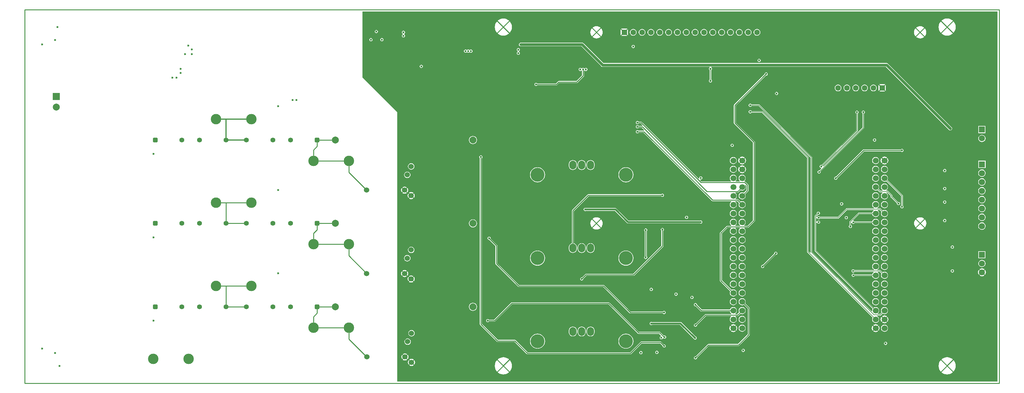
<source format=gbl>
G04 Layer_Physical_Order=4*
G04 Layer_Color=11796480*
%FSLAX43Y43*%
%MOMM*%
G71*
G01*
G75*
%ADD21C,2.000*%
%ADD29C,0.250*%
%ADD30C,0.500*%
%ADD32C,0.300*%
%ADD33C,0.150*%
%ADD34C,0.200*%
%ADD35C,0.750*%
%ADD37C,0.254*%
%ADD38O,2.000X2.500*%
%ADD39C,3.000*%
%ADD40C,1.600*%
%ADD41R,1.600X1.600*%
%ADD42C,1.524*%
%ADD45C,1.700*%
%ADD46R,1.750X1.750*%
%ADD47C,1.750*%
%ADD48C,4.000*%
%ADD49R,2.000X2.000*%
%ADD50R,1.800X1.800*%
%ADD51C,1.800*%
%ADD52C,1.400*%
G04:AMPARAMS|DCode=53|XSize=1.4mm|YSize=1.4mm|CornerRadius=0.35mm|HoleSize=0mm|Usage=FLASHONLY|Rotation=0.000|XOffset=0mm|YOffset=0mm|HoleType=Round|Shape=RoundedRectangle|*
%AMROUNDEDRECTD53*
21,1,1.400,0.700,0,0,0.0*
21,1,0.700,1.400,0,0,0.0*
1,1,0.700,0.350,-0.350*
1,1,0.700,-0.350,-0.350*
1,1,0.700,-0.350,0.350*
1,1,0.700,0.350,0.350*
%
%ADD53ROUNDEDRECTD53*%
%ADD54C,0.600*%
G36*
X279500Y500D02*
X107000D01*
Y78000D01*
X97000Y88000D01*
Y107000D01*
X279500D01*
Y500D01*
D02*
G37*
%LPC*%
G36*
X203560Y34629D02*
X203299Y34594D01*
X203056Y34493D01*
X202847Y34333D01*
X202686Y34124D01*
X202586Y33881D01*
X202551Y33620D01*
X202586Y33359D01*
X202686Y33116D01*
X202847Y32907D01*
X203056Y32746D01*
X203299Y32646D01*
X203560Y32611D01*
X203821Y32646D01*
X204064Y32746D01*
X204273Y32907D01*
X204433Y33116D01*
X204534Y33359D01*
X204569Y33620D01*
X204534Y33881D01*
X204433Y34124D01*
X204273Y34333D01*
X204064Y34493D01*
X203821Y34594D01*
X203560Y34629D01*
D02*
G37*
G36*
X206100D02*
X205839Y34594D01*
X205596Y34493D01*
X205387Y34333D01*
X205227Y34124D01*
X205126Y33881D01*
X205091Y33620D01*
X205126Y33359D01*
X205227Y33116D01*
X205387Y32907D01*
X205596Y32746D01*
X205839Y32646D01*
X206100Y32611D01*
X206361Y32646D01*
X206604Y32746D01*
X206813Y32907D01*
X206973Y33116D01*
X207074Y33359D01*
X207109Y33620D01*
X207074Y33881D01*
X206973Y34124D01*
X206813Y34333D01*
X206604Y34493D01*
X206361Y34594D01*
X206100Y34629D01*
D02*
G37*
G36*
X247000D02*
X246739Y34594D01*
X246496Y34493D01*
X246287Y34333D01*
X246126Y34124D01*
X246026Y33881D01*
X245991Y33620D01*
X246026Y33359D01*
X246126Y33116D01*
X246287Y32907D01*
X246496Y32746D01*
X246739Y32646D01*
X247000Y32611D01*
X247261Y32646D01*
X247504Y32746D01*
X247713Y32907D01*
X247873Y33116D01*
X247974Y33359D01*
X248009Y33620D01*
X247974Y33881D01*
X247873Y34124D01*
X247713Y34333D01*
X247504Y34493D01*
X247261Y34594D01*
X247000Y34629D01*
D02*
G37*
G36*
X244460D02*
X244199Y34594D01*
X243956Y34493D01*
X243747Y34333D01*
X243587Y34124D01*
X243486Y33881D01*
X243451Y33620D01*
X243486Y33359D01*
X243587Y33116D01*
X243747Y32907D01*
X243956Y32746D01*
X244057Y32704D01*
X244023Y32529D01*
X238388D01*
X238324Y32624D01*
X238176Y32724D01*
X238000Y32759D01*
X237824Y32724D01*
X237676Y32624D01*
X237576Y32476D01*
X237541Y32300D01*
X237576Y32124D01*
X237676Y31976D01*
X237824Y31876D01*
X238000Y31841D01*
X238176Y31876D01*
X238324Y31976D01*
X238388Y32071D01*
X243821D01*
X243880Y31896D01*
X243747Y31793D01*
X243587Y31584D01*
X243486Y31341D01*
X243482Y31309D01*
X238408D01*
X238344Y31404D01*
X238196Y31504D01*
X238020Y31539D01*
X237844Y31504D01*
X237696Y31404D01*
X237596Y31256D01*
X237561Y31080D01*
X237596Y30904D01*
X237696Y30756D01*
X237844Y30656D01*
X238020Y30621D01*
X238196Y30656D01*
X238344Y30756D01*
X238408Y30851D01*
X243482D01*
X243486Y30819D01*
X243587Y30576D01*
X243747Y30367D01*
X243956Y30206D01*
X244199Y30106D01*
X244460Y30071D01*
X244721Y30106D01*
X244964Y30206D01*
X245173Y30367D01*
X245333Y30576D01*
X245434Y30819D01*
X245469Y31080D01*
X245434Y31341D01*
X245333Y31584D01*
X245173Y31793D01*
X245040Y31896D01*
X245099Y32071D01*
X245685D01*
X246146Y31610D01*
X246126Y31584D01*
X246026Y31341D01*
X245991Y31080D01*
X246026Y30819D01*
X246126Y30576D01*
X246287Y30367D01*
X246496Y30206D01*
X246739Y30106D01*
X247000Y30071D01*
X247261Y30106D01*
X247504Y30206D01*
X247713Y30367D01*
X247873Y30576D01*
X247974Y30819D01*
X248009Y31080D01*
X247974Y31341D01*
X247873Y31584D01*
X247713Y31793D01*
X247504Y31953D01*
X247261Y32054D01*
X247000Y32089D01*
X246739Y32054D01*
X246496Y31953D01*
X246470Y31934D01*
X245942Y32462D01*
X245868Y32512D01*
X245780Y32529D01*
X244897D01*
X244863Y32704D01*
X244964Y32746D01*
X245173Y32907D01*
X245333Y33116D01*
X245434Y33359D01*
X245469Y33620D01*
X245434Y33881D01*
X245333Y34124D01*
X245173Y34333D01*
X244964Y34493D01*
X244721Y34594D01*
X244460Y34629D01*
D02*
G37*
G36*
X109120Y32595D02*
X108855Y32560D01*
X108608Y32457D01*
X108497Y32373D01*
X109120Y31750D01*
X109743Y32373D01*
X109632Y32457D01*
X109385Y32560D01*
X109120Y32595D01*
D02*
G37*
G36*
X266500Y32759D02*
X266324Y32724D01*
X266176Y32624D01*
X266076Y32476D01*
X266041Y32300D01*
X266076Y32124D01*
X266176Y31976D01*
X266324Y31876D01*
X266500Y31841D01*
X266676Y31876D01*
X266824Y31976D01*
X266924Y32124D01*
X266959Y32300D01*
X266924Y32476D01*
X266824Y32624D01*
X266676Y32724D01*
X266500Y32759D01*
D02*
G37*
G36*
X275000Y33059D02*
X274705Y33020D01*
X274431Y32906D01*
X274296Y32803D01*
X275000Y32100D01*
X275704Y32803D01*
X275569Y32906D01*
X275295Y33020D01*
X275000Y33059D01*
D02*
G37*
G36*
X203560Y37169D02*
X203299Y37134D01*
X203056Y37033D01*
X202847Y36873D01*
X202686Y36664D01*
X202586Y36421D01*
X202551Y36160D01*
X202586Y35899D01*
X202686Y35656D01*
X202847Y35447D01*
X203056Y35286D01*
X203299Y35186D01*
X203560Y35151D01*
X203821Y35186D01*
X204064Y35286D01*
X204273Y35447D01*
X204433Y35656D01*
X204534Y35899D01*
X204569Y36160D01*
X204534Y36421D01*
X204433Y36664D01*
X204273Y36873D01*
X204064Y37033D01*
X203821Y37134D01*
X203560Y37169D01*
D02*
G37*
G36*
X206100D02*
X205839Y37134D01*
X205596Y37033D01*
X205387Y36873D01*
X205227Y36664D01*
X205126Y36421D01*
X205091Y36160D01*
X205126Y35899D01*
X205227Y35656D01*
X205387Y35447D01*
X205596Y35286D01*
X205839Y35186D01*
X206100Y35151D01*
X206361Y35186D01*
X206604Y35286D01*
X206813Y35447D01*
X206973Y35656D01*
X207074Y35899D01*
X207109Y36160D01*
X207074Y36421D01*
X206973Y36664D01*
X206813Y36873D01*
X206604Y37033D01*
X206361Y37134D01*
X206100Y37169D01*
D02*
G37*
G36*
X244460D02*
X244199Y37134D01*
X243956Y37033D01*
X243747Y36873D01*
X243587Y36664D01*
X243486Y36421D01*
X243451Y36160D01*
X243486Y35899D01*
X243587Y35656D01*
X243747Y35447D01*
X243956Y35286D01*
X244199Y35186D01*
X244460Y35151D01*
X244721Y35186D01*
X244964Y35286D01*
X245173Y35447D01*
X245333Y35656D01*
X245434Y35899D01*
X245469Y36160D01*
X245434Y36421D01*
X245333Y36664D01*
X245173Y36873D01*
X244964Y37033D01*
X244721Y37134D01*
X244460Y37169D01*
D02*
G37*
G36*
X109880Y36890D02*
X109642Y36859D01*
X109420Y36767D01*
X109230Y36620D01*
X109083Y36430D01*
X108991Y36208D01*
X108960Y35970D01*
X108991Y35732D01*
X109083Y35510D01*
X109230Y35320D01*
X109420Y35173D01*
X109642Y35081D01*
X109880Y35050D01*
X110118Y35081D01*
X110340Y35173D01*
X110530Y35320D01*
X110677Y35510D01*
X110769Y35732D01*
X110800Y35970D01*
X110769Y36208D01*
X110677Y36430D01*
X110530Y36620D01*
X110340Y36767D01*
X110118Y36859D01*
X109880Y36890D01*
D02*
G37*
G36*
X275000Y35494D02*
X274732Y35459D01*
X274483Y35355D01*
X274269Y35191D01*
X274105Y34977D01*
X274001Y34728D01*
X273966Y34460D01*
X274001Y34192D01*
X274105Y33943D01*
X274269Y33729D01*
X274483Y33565D01*
X274732Y33461D01*
X275000Y33426D01*
X275268Y33461D01*
X275517Y33565D01*
X275731Y33729D01*
X275895Y33943D01*
X275999Y34192D01*
X276034Y34460D01*
X275999Y34728D01*
X275895Y34977D01*
X275731Y35191D01*
X275517Y35355D01*
X275268Y35459D01*
X275000Y35494D01*
D02*
G37*
G36*
X147300Y38160D02*
X146879Y38119D01*
X146473Y37996D01*
X146100Y37796D01*
X145772Y37528D01*
X145504Y37200D01*
X145304Y36827D01*
X145181Y36421D01*
X145140Y36000D01*
X145181Y35579D01*
X145304Y35173D01*
X145504Y34800D01*
X145772Y34472D01*
X146100Y34204D01*
X146473Y34004D01*
X146879Y33881D01*
X147300Y33840D01*
X147721Y33881D01*
X148127Y34004D01*
X148500Y34204D01*
X148828Y34472D01*
X149096Y34800D01*
X149296Y35173D01*
X149419Y35579D01*
X149460Y36000D01*
X149419Y36421D01*
X149296Y36827D01*
X149096Y37200D01*
X148828Y37528D01*
X148500Y37796D01*
X148127Y37996D01*
X147721Y38119D01*
X147300Y38160D01*
D02*
G37*
G36*
X172700D02*
X172279Y38119D01*
X171873Y37996D01*
X171500Y37796D01*
X171172Y37528D01*
X170904Y37200D01*
X170704Y36827D01*
X170581Y36421D01*
X170540Y36000D01*
X170581Y35579D01*
X170704Y35173D01*
X170904Y34800D01*
X171172Y34472D01*
X171500Y34204D01*
X171873Y34004D01*
X172279Y33881D01*
X172700Y33840D01*
X173121Y33881D01*
X173527Y34004D01*
X173900Y34204D01*
X174228Y34472D01*
X174496Y34800D01*
X174696Y35173D01*
X174819Y35579D01*
X174860Y36000D01*
X174819Y36421D01*
X174696Y36827D01*
X174496Y37200D01*
X174228Y37528D01*
X173900Y37796D01*
X173527Y37996D01*
X173121Y38119D01*
X172700Y38160D01*
D02*
G37*
G36*
X275883Y32624D02*
X275180Y31920D01*
X275883Y31216D01*
X275986Y31351D01*
X276100Y31625D01*
X276139Y31920D01*
X276100Y32215D01*
X275986Y32489D01*
X275883Y32624D01*
D02*
G37*
G36*
X110197Y30623D02*
X110113Y30512D01*
X110010Y30265D01*
X109975Y30000D01*
X110010Y29735D01*
X110113Y29488D01*
X110197Y29377D01*
X110820Y30000D01*
X110197Y30623D01*
D02*
G37*
G36*
X203560Y32089D02*
X203299Y32054D01*
X203056Y31953D01*
X202847Y31793D01*
X202686Y31584D01*
X202586Y31341D01*
X202551Y31080D01*
X202586Y30819D01*
X202686Y30576D01*
X202847Y30367D01*
X203056Y30206D01*
X203299Y30106D01*
X203560Y30071D01*
X203821Y30106D01*
X204064Y30206D01*
X204273Y30367D01*
X204433Y30576D01*
X204534Y30819D01*
X204569Y31080D01*
X204534Y31341D01*
X204433Y31584D01*
X204273Y31793D01*
X204064Y31953D01*
X203821Y32054D01*
X203560Y32089D01*
D02*
G37*
G36*
X206100D02*
X205839Y32054D01*
X205596Y31953D01*
X205387Y31793D01*
X205227Y31584D01*
X205126Y31341D01*
X205091Y31080D01*
X205126Y30819D01*
X205227Y30576D01*
X205387Y30367D01*
X205596Y30206D01*
X205839Y30106D01*
X206100Y30071D01*
X206361Y30106D01*
X206604Y30206D01*
X206813Y30367D01*
X206973Y30576D01*
X207074Y30819D01*
X207109Y31080D01*
X207074Y31341D01*
X206973Y31584D01*
X206813Y31793D01*
X206604Y31953D01*
X206361Y32054D01*
X206100Y32089D01*
D02*
G37*
G36*
X111803Y30623D02*
X111180Y30000D01*
X111803Y29377D01*
X111887Y29488D01*
X111990Y29735D01*
X112025Y30000D01*
X111990Y30265D01*
X111887Y30512D01*
X111803Y30623D01*
D02*
G37*
G36*
X244460Y29549D02*
X244199Y29514D01*
X243956Y29413D01*
X243747Y29253D01*
X243587Y29044D01*
X243486Y28801D01*
X243451Y28540D01*
X243486Y28279D01*
X243587Y28036D01*
X243747Y27827D01*
X243956Y27667D01*
X244199Y27566D01*
X244460Y27531D01*
X244721Y27566D01*
X244964Y27667D01*
X245173Y27827D01*
X245333Y28036D01*
X245434Y28279D01*
X245469Y28540D01*
X245434Y28801D01*
X245333Y29044D01*
X245173Y29253D01*
X244964Y29413D01*
X244721Y29514D01*
X244460Y29549D01*
D02*
G37*
G36*
X247000D02*
X246739Y29514D01*
X246496Y29413D01*
X246287Y29253D01*
X246126Y29044D01*
X246026Y28801D01*
X245991Y28540D01*
X246026Y28279D01*
X246126Y28036D01*
X246287Y27827D01*
X246496Y27667D01*
X246739Y27566D01*
X247000Y27531D01*
X247261Y27566D01*
X247504Y27667D01*
X247713Y27827D01*
X247873Y28036D01*
X247974Y28279D01*
X248009Y28540D01*
X247974Y28801D01*
X247873Y29044D01*
X247713Y29253D01*
X247504Y29413D01*
X247261Y29514D01*
X247000Y29549D01*
D02*
G37*
G36*
X111000Y29820D02*
X110377Y29197D01*
X110488Y29113D01*
X110735Y29010D01*
X111000Y28975D01*
X111265Y29010D01*
X111512Y29113D01*
X111623Y29197D01*
X111000Y29820D01*
D02*
G37*
G36*
X109923Y32193D02*
X109300Y31570D01*
X109923Y30947D01*
X110007Y31058D01*
X110110Y31305D01*
X110145Y31570D01*
X110110Y31835D01*
X110007Y32082D01*
X109923Y32193D01*
D02*
G37*
G36*
X108317Y32193D02*
X108233Y32082D01*
X108130Y31835D01*
X108095Y31570D01*
X108130Y31305D01*
X108233Y31058D01*
X108317Y30947D01*
X108940Y31570D01*
X108317Y32193D01*
D02*
G37*
G36*
X274117Y32624D02*
X274014Y32489D01*
X273900Y32215D01*
X273861Y31920D01*
X273900Y31625D01*
X274014Y31351D01*
X274117Y31216D01*
X274820Y31920D01*
X274117Y32624D01*
D02*
G37*
G36*
X275000Y31740D02*
X274296Y31037D01*
X274431Y30934D01*
X274705Y30820D01*
X275000Y30781D01*
X275295Y30820D01*
X275569Y30934D01*
X275704Y31037D01*
X275000Y31740D01*
D02*
G37*
G36*
X111000Y31025D02*
X110735Y30990D01*
X110488Y30887D01*
X110377Y30803D01*
X111000Y30180D01*
X111623Y30803D01*
X111512Y30887D01*
X111265Y30990D01*
X111000Y31025D01*
D02*
G37*
G36*
X183175Y44684D02*
X182999Y44649D01*
X182851Y44549D01*
X182751Y44401D01*
X182716Y44225D01*
X182751Y44049D01*
X182851Y43901D01*
X182895Y43871D01*
Y39591D01*
X174784Y31480D01*
X161200D01*
X161093Y31459D01*
X161002Y31398D01*
X160052Y30448D01*
X160000Y30459D01*
X159824Y30424D01*
X159676Y30324D01*
X159576Y30176D01*
X159541Y30000D01*
X159576Y29824D01*
X159676Y29676D01*
X159824Y29576D01*
X160000Y29541D01*
X160176Y29576D01*
X160324Y29676D01*
X160424Y29824D01*
X160459Y30000D01*
X160448Y30052D01*
X161316Y30920D01*
X174900D01*
X175007Y30941D01*
X175098Y31002D01*
X183373Y39277D01*
X183434Y39368D01*
X183455Y39475D01*
Y43871D01*
X183499Y43901D01*
X183599Y44049D01*
X183634Y44225D01*
X183599Y44401D01*
X183499Y44549D01*
X183351Y44649D01*
X183175Y44684D01*
D02*
G37*
G36*
X109120Y31390D02*
X108497Y30767D01*
X108608Y30683D01*
X108855Y30580D01*
X109120Y30545D01*
X109385Y30580D01*
X109632Y30683D01*
X109743Y30767D01*
X109120Y31390D01*
D02*
G37*
G36*
X247000Y37169D02*
X246739Y37134D01*
X246496Y37033D01*
X246287Y36873D01*
X246126Y36664D01*
X246026Y36421D01*
X245991Y36160D01*
X246026Y35899D01*
X246126Y35656D01*
X246287Y35447D01*
X246496Y35286D01*
X246739Y35186D01*
X247000Y35151D01*
X247261Y35186D01*
X247504Y35286D01*
X247713Y35447D01*
X247873Y35656D01*
X247974Y35899D01*
X248009Y36160D01*
X247974Y36421D01*
X247873Y36664D01*
X247713Y36873D01*
X247504Y37033D01*
X247261Y37134D01*
X247000Y37169D01*
D02*
G37*
G36*
X164250Y45820D02*
X163102Y44673D01*
X163271Y44535D01*
X163576Y44372D01*
X163906Y44271D01*
X164250Y44238D01*
X164594Y44271D01*
X164924Y44372D01*
X165229Y44535D01*
X165398Y44673D01*
X164250Y45820D01*
D02*
G37*
G36*
X257270D02*
X256122Y44673D01*
X256291Y44535D01*
X256596Y44372D01*
X256926Y44271D01*
X257270Y44238D01*
X257614Y44271D01*
X257944Y44372D01*
X258249Y44535D01*
X258418Y44673D01*
X257270Y45820D01*
D02*
G37*
G36*
X128750Y47160D02*
X128450Y47120D01*
X128170Y47005D01*
X127930Y46820D01*
X127745Y46580D01*
X127630Y46300D01*
X127590Y46000D01*
X127630Y45700D01*
X127745Y45420D01*
X127930Y45180D01*
X128170Y44995D01*
X128450Y44880D01*
X128750Y44840D01*
X129050Y44880D01*
X129330Y44995D01*
X129570Y45180D01*
X129755Y45420D01*
X129870Y45700D01*
X129910Y46000D01*
X129870Y46300D01*
X129755Y46580D01*
X129570Y46820D01*
X129330Y47005D01*
X129050Y47120D01*
X128750Y47160D01*
D02*
G37*
G36*
X275000Y46279D02*
X274726Y46243D01*
X274470Y46137D01*
X274251Y45969D01*
X274083Y45750D01*
X273977Y45494D01*
X273941Y45220D01*
X273977Y44946D01*
X274083Y44690D01*
X274251Y44471D01*
X274470Y44303D01*
X274726Y44197D01*
X275000Y44161D01*
X275274Y44197D01*
X275530Y44303D01*
X275749Y44471D01*
X275917Y44690D01*
X276023Y44946D01*
X276059Y45220D01*
X276023Y45494D01*
X275917Y45750D01*
X275749Y45969D01*
X275530Y46137D01*
X275274Y46243D01*
X275000Y46279D01*
D02*
G37*
G36*
X247000Y42249D02*
X246739Y42214D01*
X246496Y42113D01*
X246287Y41953D01*
X246126Y41744D01*
X246026Y41501D01*
X245991Y41240D01*
X246026Y40979D01*
X246126Y40736D01*
X246287Y40527D01*
X246496Y40367D01*
X246739Y40266D01*
X247000Y40231D01*
X247261Y40266D01*
X247504Y40367D01*
X247713Y40527D01*
X247873Y40736D01*
X247974Y40979D01*
X248009Y41240D01*
X247974Y41501D01*
X247873Y41744D01*
X247713Y41953D01*
X247504Y42113D01*
X247261Y42214D01*
X247000Y42249D01*
D02*
G37*
G36*
X244460Y44789D02*
X244199Y44754D01*
X243956Y44653D01*
X243747Y44493D01*
X243587Y44284D01*
X243486Y44041D01*
X243451Y43780D01*
X243486Y43519D01*
X243587Y43276D01*
X243747Y43067D01*
X243956Y42907D01*
X244199Y42806D01*
X244460Y42771D01*
X244721Y42806D01*
X244964Y42907D01*
X245173Y43067D01*
X245333Y43276D01*
X245434Y43519D01*
X245469Y43780D01*
X245434Y44041D01*
X245333Y44284D01*
X245173Y44493D01*
X244964Y44653D01*
X244721Y44754D01*
X244460Y44789D01*
D02*
G37*
G36*
X247000D02*
X246739Y44754D01*
X246496Y44653D01*
X246287Y44493D01*
X246126Y44284D01*
X246026Y44041D01*
X245991Y43780D01*
X246026Y43519D01*
X246126Y43276D01*
X246287Y43067D01*
X246496Y42907D01*
X246739Y42806D01*
X247000Y42771D01*
X247261Y42806D01*
X247504Y42907D01*
X247713Y43067D01*
X247873Y43276D01*
X247974Y43519D01*
X248009Y43780D01*
X247974Y44041D01*
X247873Y44284D01*
X247713Y44493D01*
X247504Y44653D01*
X247261Y44754D01*
X247000Y44789D01*
D02*
G37*
G36*
Y47329D02*
X246739Y47294D01*
X246496Y47193D01*
X246287Y47033D01*
X246126Y46824D01*
X246026Y46581D01*
X245991Y46320D01*
X246026Y46059D01*
X246126Y45816D01*
X246287Y45607D01*
X246496Y45446D01*
X246739Y45346D01*
X247000Y45311D01*
X247261Y45346D01*
X247504Y45446D01*
X247713Y45607D01*
X247873Y45816D01*
X247974Y46059D01*
X248009Y46320D01*
X247974Y46581D01*
X247873Y46824D01*
X247713Y47033D01*
X247504Y47193D01*
X247261Y47294D01*
X247000Y47329D01*
D02*
G37*
G36*
X161000Y50459D02*
X160824Y50424D01*
X160676Y50324D01*
X160576Y50176D01*
X160541Y50000D01*
X160576Y49824D01*
X160676Y49676D01*
X160824Y49576D01*
X161000Y49541D01*
X161176Y49576D01*
X161200Y49592D01*
X169531D01*
X173012Y46112D01*
X173012Y46112D01*
X173144Y46023D01*
X173300Y45992D01*
X173300Y45992D01*
X194000D01*
X194024Y45976D01*
X194200Y45941D01*
X194376Y45976D01*
X194524Y46076D01*
X194624Y46224D01*
X194659Y46400D01*
X194624Y46576D01*
X194524Y46724D01*
X194376Y46824D01*
X194200Y46859D01*
X194024Y46824D01*
X194000Y46808D01*
X173469D01*
X169988Y50288D01*
X169856Y50377D01*
X169700Y50408D01*
X169700Y50408D01*
X161200D01*
X161176Y50424D01*
X161000Y50459D01*
D02*
G37*
G36*
X164250Y47762D02*
X163906Y47729D01*
X163576Y47628D01*
X163271Y47465D01*
X163102Y47327D01*
X164250Y46180D01*
X165398Y47327D01*
X165229Y47465D01*
X164924Y47628D01*
X164594Y47729D01*
X164250Y47762D01*
D02*
G37*
G36*
X258597Y47148D02*
X257450Y46000D01*
X258597Y44852D01*
X258735Y45021D01*
X258898Y45326D01*
X258999Y45656D01*
X259032Y46000D01*
X258999Y46344D01*
X258898Y46674D01*
X258735Y46979D01*
X258597Y47148D01*
D02*
G37*
G36*
X162923D02*
X162785Y46979D01*
X162622Y46674D01*
X162521Y46344D01*
X162488Y46000D01*
X162521Y45656D01*
X162622Y45326D01*
X162785Y45021D01*
X162923Y44852D01*
X164070Y46000D01*
X162923Y47148D01*
D02*
G37*
G36*
X255943D02*
X255805Y46979D01*
X255642Y46674D01*
X255541Y46344D01*
X255508Y46000D01*
X255541Y45656D01*
X255642Y45326D01*
X255805Y45021D01*
X255943Y44852D01*
X257090Y46000D01*
X255943Y47148D01*
D02*
G37*
G36*
X165577D02*
X164430Y46000D01*
X165577Y44852D01*
X165715Y45021D01*
X165878Y45326D01*
X165979Y45656D01*
X166012Y46000D01*
X165979Y46344D01*
X165878Y46674D01*
X165715Y46979D01*
X165577Y47148D01*
D02*
G37*
G36*
X244460Y42249D02*
X244199Y42214D01*
X243956Y42113D01*
X243747Y41953D01*
X243587Y41744D01*
X243486Y41501D01*
X243451Y41240D01*
X243486Y40979D01*
X243587Y40736D01*
X243747Y40527D01*
X243956Y40367D01*
X244199Y40266D01*
X244460Y40231D01*
X244721Y40266D01*
X244964Y40367D01*
X245173Y40527D01*
X245333Y40736D01*
X245434Y40979D01*
X245469Y41240D01*
X245434Y41501D01*
X245333Y41744D01*
X245173Y41953D01*
X244964Y42113D01*
X244721Y42214D01*
X244460Y42249D01*
D02*
G37*
G36*
X160000Y40310D02*
X159700Y40270D01*
X159420Y40155D01*
X159180Y39970D01*
X158995Y39730D01*
X158880Y39450D01*
X158840Y39150D01*
Y38650D01*
X158880Y38350D01*
X158995Y38070D01*
X159180Y37830D01*
X159420Y37645D01*
X159700Y37530D01*
X160000Y37490D01*
X160300Y37530D01*
X160580Y37645D01*
X160820Y37830D01*
X161005Y38070D01*
X161120Y38350D01*
X161160Y38650D01*
Y39150D01*
X161120Y39450D01*
X161005Y39730D01*
X160820Y39970D01*
X160580Y40155D01*
X160300Y40270D01*
X160000Y40310D01*
D02*
G37*
G36*
X162550D02*
X162250Y40270D01*
X161970Y40155D01*
X161730Y39970D01*
X161545Y39730D01*
X161430Y39450D01*
X161390Y39150D01*
Y38650D01*
X161430Y38350D01*
X161545Y38070D01*
X161730Y37830D01*
X161970Y37645D01*
X162250Y37530D01*
X162550Y37490D01*
X162850Y37530D01*
X163130Y37645D01*
X163370Y37830D01*
X163555Y38070D01*
X163670Y38350D01*
X163710Y38650D01*
Y39150D01*
X163670Y39450D01*
X163555Y39730D01*
X163370Y39970D01*
X163130Y40155D01*
X162850Y40270D01*
X162550Y40310D01*
D02*
G37*
G36*
X208400Y80459D02*
X208224Y80424D01*
X208076Y80324D01*
X207976Y80176D01*
X207941Y80000D01*
X207976Y79824D01*
X208076Y79676D01*
X208224Y79576D01*
X208400Y79541D01*
X208576Y79576D01*
X208724Y79676D01*
X208788Y79771D01*
X210905D01*
X225771Y64905D01*
Y37700D01*
X225785Y37627D01*
X225777Y37617D01*
X225588Y37576D01*
X225229Y37935D01*
Y65000D01*
X225229Y65000D01*
X225212Y65088D01*
X225162Y65162D01*
X225162Y65162D01*
X212062Y78262D01*
X211988Y78312D01*
X211900Y78329D01*
X208788D01*
X208724Y78424D01*
X208576Y78524D01*
X208400Y78559D01*
X208224Y78524D01*
X208076Y78424D01*
X207976Y78276D01*
X207941Y78100D01*
X207976Y77924D01*
X208076Y77776D01*
X208224Y77676D01*
X208400Y77641D01*
X208576Y77676D01*
X208724Y77776D01*
X208788Y77871D01*
X211805D01*
X224771Y64905D01*
Y37840D01*
X224788Y37752D01*
X224838Y37678D01*
X243606Y18910D01*
X243587Y18884D01*
X243486Y18641D01*
X243451Y18380D01*
X243486Y18119D01*
X243587Y17876D01*
X243747Y17667D01*
X243956Y17507D01*
X244199Y17406D01*
X244460Y17371D01*
X244721Y17406D01*
X244964Y17507D01*
X245173Y17667D01*
X245333Y17876D01*
X245434Y18119D01*
X245469Y18380D01*
X245434Y18641D01*
X245333Y18884D01*
X245173Y19093D01*
X244964Y19253D01*
X244863Y19296D01*
X244897Y19471D01*
X245780D01*
X245868Y19488D01*
X245942Y19538D01*
X246470Y20066D01*
X246496Y20046D01*
X246739Y19946D01*
X247000Y19911D01*
X247261Y19946D01*
X247504Y20046D01*
X247713Y20207D01*
X247873Y20416D01*
X247974Y20659D01*
X248009Y20920D01*
X247974Y21181D01*
X247873Y21424D01*
X247713Y21633D01*
X247504Y21793D01*
X247261Y21894D01*
X247000Y21929D01*
X246739Y21894D01*
X246496Y21793D01*
X246287Y21633D01*
X246126Y21424D01*
X246026Y21181D01*
X245991Y20920D01*
X246026Y20659D01*
X246126Y20416D01*
X246146Y20390D01*
X245685Y19929D01*
X245099D01*
X245040Y20104D01*
X245173Y20207D01*
X245333Y20416D01*
X245434Y20659D01*
X245469Y20920D01*
X245434Y21181D01*
X245333Y21424D01*
X245173Y21633D01*
X244964Y21793D01*
X244721Y21894D01*
X244460Y21929D01*
X244199Y21894D01*
X243956Y21793D01*
X243930Y21774D01*
X227429Y38275D01*
Y46206D01*
X227604Y46223D01*
X227611Y46189D01*
X227711Y46041D01*
X227859Y45941D01*
X228035Y45906D01*
X228211Y45941D01*
X228359Y46041D01*
X228459Y46189D01*
X228494Y46365D01*
X228459Y46541D01*
X228359Y46689D01*
X228211Y46789D01*
X228035Y46824D01*
X227859Y46789D01*
X227711Y46689D01*
X227611Y46541D01*
X227604Y46507D01*
X227429Y46524D01*
Y47476D01*
X227604Y47493D01*
X227611Y47459D01*
X227711Y47311D01*
X227859Y47211D01*
X228035Y47176D01*
X228211Y47211D01*
X228359Y47311D01*
X228423Y47406D01*
X233635D01*
X233723Y47423D01*
X233797Y47473D01*
X236195Y49871D01*
X243847D01*
X243906Y49696D01*
X243747Y49573D01*
X243587Y49364D01*
X243486Y49121D01*
X243482Y49089D01*
X239560D01*
X239560Y49089D01*
X239472Y49072D01*
X239398Y49022D01*
X237033Y46657D01*
X236983Y46583D01*
X236966Y46495D01*
Y45483D01*
X236871Y45419D01*
X236771Y45271D01*
X236736Y45095D01*
X236771Y44919D01*
X236871Y44771D01*
X237019Y44671D01*
X237195Y44636D01*
X237371Y44671D01*
X237519Y44771D01*
X237619Y44919D01*
X237654Y45095D01*
X237619Y45271D01*
X237519Y45419D01*
X237424Y45483D01*
Y46111D01*
X237596Y46144D01*
X237696Y45996D01*
X237844Y45896D01*
X238020Y45861D01*
X238196Y45896D01*
X238344Y45996D01*
X238408Y46091D01*
X243482D01*
X243486Y46059D01*
X243587Y45816D01*
X243747Y45607D01*
X243956Y45446D01*
X244199Y45346D01*
X244460Y45311D01*
X244721Y45346D01*
X244964Y45446D01*
X245173Y45607D01*
X245333Y45816D01*
X245434Y46059D01*
X245469Y46320D01*
X245434Y46581D01*
X245333Y46824D01*
X245173Y47033D01*
X244964Y47193D01*
X244721Y47294D01*
X244460Y47329D01*
X244199Y47294D01*
X243956Y47193D01*
X243747Y47033D01*
X243587Y46824D01*
X243486Y46581D01*
X243482Y46549D01*
X238408D01*
X238344Y46644D01*
X238196Y46744D01*
X238046Y46774D01*
X237998Y46856D01*
X237972Y46948D01*
X239655Y48631D01*
X243482D01*
X243486Y48599D01*
X243587Y48356D01*
X243747Y48147D01*
X243956Y47986D01*
X244199Y47886D01*
X244460Y47851D01*
X244721Y47886D01*
X244964Y47986D01*
X245173Y48147D01*
X245333Y48356D01*
X245434Y48599D01*
X245469Y48860D01*
X245434Y49121D01*
X245333Y49364D01*
X245173Y49573D01*
X245014Y49696D01*
X245073Y49871D01*
X245665D01*
X246146Y49390D01*
X246126Y49364D01*
X246026Y49121D01*
X245991Y48860D01*
X246026Y48599D01*
X246126Y48356D01*
X246287Y48147D01*
X246496Y47986D01*
X246739Y47886D01*
X247000Y47851D01*
X247261Y47886D01*
X247504Y47986D01*
X247713Y48147D01*
X247873Y48356D01*
X247974Y48599D01*
X248009Y48860D01*
X247974Y49121D01*
X247873Y49364D01*
X247713Y49573D01*
X247504Y49733D01*
X247261Y49834D01*
X247000Y49869D01*
X246739Y49834D01*
X246496Y49733D01*
X246470Y49714D01*
X245922Y50262D01*
X245848Y50312D01*
X245760Y50329D01*
X244946D01*
X244911Y50504D01*
X244964Y50527D01*
X245173Y50687D01*
X245333Y50896D01*
X245434Y51139D01*
X245469Y51400D01*
X245434Y51661D01*
X245333Y51904D01*
X245173Y52113D01*
X244964Y52273D01*
X244721Y52374D01*
X244460Y52409D01*
X244199Y52374D01*
X243956Y52273D01*
X243747Y52113D01*
X243587Y51904D01*
X243486Y51661D01*
X243451Y51400D01*
X243486Y51139D01*
X243587Y50896D01*
X243747Y50687D01*
X243956Y50527D01*
X244009Y50504D01*
X243974Y50329D01*
X236100D01*
X236012Y50312D01*
X235938Y50262D01*
X233540Y47864D01*
X228423D01*
X228359Y47959D01*
X228211Y48059D01*
X228035Y48094D01*
X227859Y48059D01*
X227711Y47959D01*
X227611Y47811D01*
X227604Y47777D01*
X227429Y47794D01*
Y48015D01*
X227883Y48468D01*
X227995Y48446D01*
X228171Y48481D01*
X228319Y48581D01*
X228419Y48729D01*
X228454Y48905D01*
X228419Y49081D01*
X228319Y49229D01*
X228171Y49329D01*
X227995Y49364D01*
X227819Y49329D01*
X227671Y49229D01*
X227571Y49081D01*
X227536Y48905D01*
X227558Y48793D01*
X227038Y48272D01*
X226988Y48198D01*
X226971Y48110D01*
Y38180D01*
X226988Y38092D01*
X227038Y38018D01*
X243606Y21450D01*
X243587Y21424D01*
X243486Y21181D01*
X243451Y20920D01*
X243466Y20805D01*
X243301Y20724D01*
X226229Y37795D01*
Y65000D01*
X226212Y65088D01*
X226162Y65162D01*
X211162Y80162D01*
X211088Y80212D01*
X211000Y80229D01*
X208788D01*
X208724Y80324D01*
X208576Y80424D01*
X208400Y80459D01*
D02*
G37*
G36*
X111000Y39300D02*
X110762Y39269D01*
X110540Y39177D01*
X110350Y39030D01*
X110203Y38840D01*
X110111Y38618D01*
X110080Y38380D01*
X110111Y38142D01*
X110203Y37920D01*
X110350Y37730D01*
X110540Y37583D01*
X110762Y37491D01*
X111000Y37460D01*
X111238Y37491D01*
X111460Y37583D01*
X111650Y37730D01*
X111797Y37920D01*
X111889Y38142D01*
X111920Y38380D01*
X111889Y38618D01*
X111797Y38840D01*
X111650Y39030D01*
X111460Y39177D01*
X111238Y39269D01*
X111000Y39300D01*
D02*
G37*
G36*
X178400Y44559D02*
X178224Y44524D01*
X178076Y44424D01*
X177976Y44276D01*
X177941Y44100D01*
X177976Y43924D01*
X178076Y43776D01*
X178120Y43746D01*
Y36554D01*
X178076Y36524D01*
X177976Y36376D01*
X177941Y36200D01*
X177976Y36024D01*
X178076Y35876D01*
X178224Y35776D01*
X178400Y35741D01*
X178576Y35776D01*
X178724Y35876D01*
X178824Y36024D01*
X178859Y36200D01*
X178824Y36376D01*
X178724Y36524D01*
X178680Y36554D01*
Y43746D01*
X178724Y43776D01*
X178824Y43924D01*
X178859Y44100D01*
X178824Y44276D01*
X178724Y44424D01*
X178576Y44524D01*
X178400Y44559D01*
D02*
G37*
G36*
X276025Y38025D02*
X273975D01*
Y35975D01*
X276025D01*
Y38025D01*
D02*
G37*
G36*
X215760Y37859D02*
X215584Y37824D01*
X215436Y37724D01*
X215336Y37576D01*
X215301Y37400D01*
X215312Y37348D01*
X212032Y34068D01*
X211980Y34079D01*
X211804Y34044D01*
X211656Y33944D01*
X211556Y33796D01*
X211521Y33620D01*
X211556Y33444D01*
X211656Y33296D01*
X211804Y33196D01*
X211980Y33161D01*
X212156Y33196D01*
X212304Y33296D01*
X212404Y33444D01*
X212439Y33620D01*
X212428Y33672D01*
X215708Y36952D01*
X215760Y36941D01*
X215936Y36976D01*
X216084Y37076D01*
X216184Y37224D01*
X216219Y37400D01*
X216184Y37576D01*
X216084Y37724D01*
X215936Y37824D01*
X215760Y37859D01*
D02*
G37*
G36*
X266500Y39659D02*
X266324Y39624D01*
X266176Y39524D01*
X266076Y39376D01*
X266041Y39200D01*
X266076Y39024D01*
X266176Y38876D01*
X266324Y38776D01*
X266500Y38741D01*
X266676Y38776D01*
X266824Y38876D01*
X266924Y39024D01*
X266959Y39200D01*
X266924Y39376D01*
X266824Y39524D01*
X266676Y39624D01*
X266500Y39659D01*
D02*
G37*
G36*
X203560Y42249D02*
X203299Y42214D01*
X203056Y42113D01*
X202847Y41953D01*
X202686Y41744D01*
X202586Y41501D01*
X202551Y41240D01*
X202586Y40979D01*
X202686Y40736D01*
X202847Y40527D01*
X203056Y40367D01*
X203299Y40266D01*
X203560Y40231D01*
X203821Y40266D01*
X204064Y40367D01*
X204273Y40527D01*
X204433Y40736D01*
X204534Y40979D01*
X204569Y41240D01*
X204534Y41501D01*
X204433Y41744D01*
X204273Y41953D01*
X204064Y42113D01*
X203821Y42214D01*
X203560Y42249D01*
D02*
G37*
G36*
X206100D02*
X205839Y42214D01*
X205596Y42113D01*
X205387Y41953D01*
X205227Y41744D01*
X205126Y41501D01*
X205091Y41240D01*
X205126Y40979D01*
X205227Y40736D01*
X205387Y40527D01*
X205596Y40367D01*
X205839Y40266D01*
X206100Y40231D01*
X206361Y40266D01*
X206604Y40367D01*
X206813Y40527D01*
X206973Y40736D01*
X207074Y40979D01*
X207109Y41240D01*
X207074Y41501D01*
X206973Y41744D01*
X206813Y41953D01*
X206604Y42113D01*
X206361Y42214D01*
X206100Y42249D01*
D02*
G37*
G36*
X247000Y39709D02*
X246739Y39674D01*
X246496Y39573D01*
X246287Y39413D01*
X246126Y39204D01*
X246026Y38961D01*
X245991Y38700D01*
X246026Y38439D01*
X246126Y38196D01*
X246287Y37987D01*
X246496Y37826D01*
X246739Y37726D01*
X247000Y37691D01*
X247261Y37726D01*
X247504Y37826D01*
X247713Y37987D01*
X247873Y38196D01*
X247974Y38439D01*
X248009Y38700D01*
X247974Y38961D01*
X247873Y39204D01*
X247713Y39413D01*
X247504Y39573D01*
X247261Y39674D01*
X247000Y39709D01*
D02*
G37*
G36*
X203560D02*
X203299Y39674D01*
X203056Y39573D01*
X202847Y39413D01*
X202686Y39204D01*
X202586Y38961D01*
X202551Y38700D01*
X202586Y38439D01*
X202686Y38196D01*
X202847Y37987D01*
X203056Y37826D01*
X203299Y37726D01*
X203560Y37691D01*
X203821Y37726D01*
X204064Y37826D01*
X204273Y37987D01*
X204433Y38196D01*
X204534Y38439D01*
X204569Y38700D01*
X204534Y38961D01*
X204433Y39204D01*
X204273Y39413D01*
X204064Y39573D01*
X203821Y39674D01*
X203560Y39709D01*
D02*
G37*
G36*
X206100D02*
X205839Y39674D01*
X205596Y39573D01*
X205387Y39413D01*
X205227Y39204D01*
X205126Y38961D01*
X205091Y38700D01*
X205126Y38439D01*
X205227Y38196D01*
X205387Y37987D01*
X205596Y37826D01*
X205839Y37726D01*
X206100Y37691D01*
X206361Y37726D01*
X206604Y37826D01*
X206813Y37987D01*
X206973Y38196D01*
X207074Y38439D01*
X207109Y38700D01*
X207074Y38961D01*
X206973Y39204D01*
X206813Y39413D01*
X206604Y39573D01*
X206361Y39674D01*
X206100Y39709D01*
D02*
G37*
G36*
X244460D02*
X244199Y39674D01*
X243956Y39573D01*
X243747Y39413D01*
X243587Y39204D01*
X243486Y38961D01*
X243451Y38700D01*
X243486Y38439D01*
X243587Y38196D01*
X243747Y37987D01*
X243956Y37826D01*
X244199Y37726D01*
X244460Y37691D01*
X244721Y37726D01*
X244964Y37826D01*
X245173Y37987D01*
X245333Y38196D01*
X245434Y38439D01*
X245469Y38700D01*
X245434Y38961D01*
X245333Y39204D01*
X245173Y39413D01*
X244964Y39573D01*
X244721Y39674D01*
X244460Y39709D01*
D02*
G37*
G36*
X206100Y29549D02*
X205839Y29514D01*
X205596Y29413D01*
X205387Y29253D01*
X205227Y29044D01*
X205126Y28801D01*
X205091Y28540D01*
X205126Y28279D01*
X205227Y28036D01*
X205387Y27827D01*
X205596Y27667D01*
X205839Y27566D01*
X206100Y27531D01*
X206361Y27566D01*
X206604Y27667D01*
X206813Y27827D01*
X206973Y28036D01*
X207074Y28279D01*
X207109Y28540D01*
X207074Y28801D01*
X206973Y29044D01*
X206813Y29253D01*
X206604Y29413D01*
X206361Y29514D01*
X206100Y29549D01*
D02*
G37*
G36*
X206430Y9889D02*
X206254Y9854D01*
X206106Y9754D01*
X206006Y9606D01*
X205971Y9430D01*
X206006Y9254D01*
X206106Y9106D01*
X206254Y9006D01*
X206430Y8971D01*
X206606Y9006D01*
X206754Y9106D01*
X206854Y9254D01*
X206889Y9430D01*
X206854Y9606D01*
X206754Y9754D01*
X206606Y9854D01*
X206430Y9889D01*
D02*
G37*
G36*
X147300Y14260D02*
X146879Y14219D01*
X146473Y14096D01*
X146100Y13896D01*
X145772Y13628D01*
X145504Y13300D01*
X145304Y12927D01*
X145181Y12521D01*
X145140Y12100D01*
X145181Y11679D01*
X145304Y11273D01*
X145504Y10900D01*
X145772Y10572D01*
X146100Y10304D01*
X146473Y10104D01*
X146879Y9981D01*
X147300Y9940D01*
X147721Y9981D01*
X148127Y10104D01*
X148500Y10304D01*
X148828Y10572D01*
X149096Y10900D01*
X149296Y11273D01*
X149419Y11679D01*
X149460Y12100D01*
X149419Y12521D01*
X149296Y12927D01*
X149096Y13300D01*
X148828Y13628D01*
X148500Y13896D01*
X148127Y14096D01*
X147721Y14219D01*
X147300Y14260D01*
D02*
G37*
G36*
X172700D02*
X172279Y14219D01*
X171873Y14096D01*
X171500Y13896D01*
X171172Y13628D01*
X170904Y13300D01*
X170704Y12927D01*
X170581Y12521D01*
X170540Y12100D01*
X170581Y11679D01*
X170704Y11273D01*
X170904Y10900D01*
X171172Y10572D01*
X171500Y10304D01*
X171873Y10104D01*
X172279Y9981D01*
X172700Y9940D01*
X173121Y9981D01*
X173527Y10104D01*
X173900Y10304D01*
X174228Y10572D01*
X174496Y10900D01*
X174696Y11273D01*
X174819Y11679D01*
X174860Y12100D01*
X174819Y12521D01*
X174696Y12927D01*
X174496Y13300D01*
X174228Y13628D01*
X173900Y13896D01*
X173527Y14096D01*
X173121Y14219D01*
X172700Y14260D01*
D02*
G37*
G36*
X181600Y9359D02*
X181424Y9324D01*
X181276Y9224D01*
X181176Y9076D01*
X181141Y8900D01*
X181176Y8724D01*
X181276Y8576D01*
X181424Y8476D01*
X181600Y8441D01*
X181776Y8476D01*
X181924Y8576D01*
X182024Y8724D01*
X182059Y8900D01*
X182024Y9076D01*
X181924Y9224D01*
X181776Y9324D01*
X181600Y9359D01*
D02*
G37*
G36*
X206100Y24469D02*
X205839Y24434D01*
X205596Y24333D01*
X205387Y24173D01*
X205227Y23964D01*
X205126Y23721D01*
X205091Y23460D01*
X205126Y23199D01*
X205227Y22956D01*
X205387Y22747D01*
X205596Y22587D01*
X205839Y22486D01*
X206100Y22451D01*
X206361Y22486D01*
X206585Y22578D01*
X207720Y21444D01*
Y14116D01*
X204884Y11280D01*
X196400D01*
X196293Y11259D01*
X196202Y11198D01*
X192752Y7748D01*
X192700Y7759D01*
X192524Y7724D01*
X192376Y7624D01*
X192276Y7476D01*
X192241Y7300D01*
X192276Y7124D01*
X192376Y6976D01*
X192524Y6876D01*
X192700Y6841D01*
X192876Y6876D01*
X193024Y6976D01*
X193124Y7124D01*
X193159Y7300D01*
X193148Y7352D01*
X196516Y10720D01*
X205000D01*
X205107Y10741D01*
X205198Y10802D01*
X208198Y13802D01*
X208259Y13893D01*
X208280Y14000D01*
Y21560D01*
X208259Y21667D01*
X208198Y21758D01*
X206982Y22975D01*
X207074Y23199D01*
X207109Y23460D01*
X207074Y23721D01*
X206973Y23964D01*
X206813Y24173D01*
X206604Y24333D01*
X206361Y24434D01*
X206100Y24469D01*
D02*
G37*
G36*
X109220Y8595D02*
X108955Y8560D01*
X108708Y8457D01*
X108597Y8373D01*
X109220Y7750D01*
X109843Y8373D01*
X109732Y8457D01*
X109485Y8560D01*
X109220Y8595D01*
D02*
G37*
G36*
X177000Y9259D02*
X176824Y9224D01*
X176676Y9124D01*
X176576Y8976D01*
X176541Y8800D01*
X176576Y8624D01*
X176676Y8476D01*
X176824Y8376D01*
X177000Y8341D01*
X177176Y8376D01*
X177324Y8476D01*
X177424Y8624D01*
X177459Y8800D01*
X177424Y8976D01*
X177324Y9124D01*
X177176Y9224D01*
X177000Y9259D01*
D02*
G37*
G36*
X167800Y23280D02*
X139900D01*
X139793Y23259D01*
X139702Y23198D01*
X134784Y18280D01*
X133354D01*
X133324Y18324D01*
X133176Y18424D01*
X133000Y18459D01*
X132824Y18424D01*
X132676Y18324D01*
X132576Y18176D01*
X132541Y18000D01*
X132576Y17824D01*
X132676Y17676D01*
X132824Y17576D01*
X133000Y17541D01*
X133176Y17576D01*
X133324Y17676D01*
X133354Y17720D01*
X134900D01*
X135007Y17741D01*
X135098Y17802D01*
X140016Y22720D01*
X167684D01*
X176102Y14302D01*
X176193Y14241D01*
X176300Y14220D01*
X182284D01*
X182788Y13715D01*
X182731Y13525D01*
X182724Y13524D01*
X182576Y13424D01*
X182476Y13276D01*
X182441Y13100D01*
X182476Y12924D01*
X182576Y12776D01*
X182724Y12676D01*
X182900Y12641D01*
X183076Y12676D01*
X183224Y12776D01*
X183312Y12906D01*
X183374Y12932D01*
X183508Y12954D01*
X183624Y12876D01*
X183800Y12841D01*
X183976Y12876D01*
X184124Y12976D01*
X184224Y13124D01*
X184259Y13300D01*
X184224Y13476D01*
X184124Y13624D01*
X183976Y13724D01*
X183800Y13759D01*
X183624Y13724D01*
X183593Y13703D01*
X182598Y14698D01*
X182507Y14759D01*
X182400Y14780D01*
X176416D01*
X167998Y23198D01*
X167907Y23259D01*
X167800Y23280D01*
D02*
G37*
G36*
X111100Y15300D02*
X110862Y15269D01*
X110640Y15177D01*
X110450Y15030D01*
X110303Y14840D01*
X110211Y14618D01*
X110180Y14380D01*
X110211Y14142D01*
X110303Y13920D01*
X110450Y13730D01*
X110640Y13583D01*
X110862Y13491D01*
X111100Y13460D01*
X111338Y13491D01*
X111560Y13583D01*
X111750Y13730D01*
X111897Y13920D01*
X111989Y14142D01*
X112020Y14380D01*
X111989Y14618D01*
X111897Y14840D01*
X111750Y15030D01*
X111560Y15177D01*
X111338Y15269D01*
X111100Y15300D01*
D02*
G37*
G36*
X157450Y16310D02*
X157150Y16270D01*
X156870Y16155D01*
X156630Y15970D01*
X156445Y15730D01*
X156330Y15450D01*
X156290Y15150D01*
Y14650D01*
X156330Y14350D01*
X156445Y14070D01*
X156630Y13830D01*
X156870Y13645D01*
X157150Y13530D01*
X157450Y13490D01*
X157750Y13530D01*
X158030Y13645D01*
X158270Y13830D01*
X158455Y14070D01*
X158570Y14350D01*
X158610Y14650D01*
Y15150D01*
X158570Y15450D01*
X158455Y15730D01*
X158270Y15970D01*
X158030Y16155D01*
X157750Y16270D01*
X157450Y16310D01*
D02*
G37*
G36*
X180000Y17659D02*
X179824Y17624D01*
X179676Y17524D01*
X179576Y17376D01*
X179541Y17200D01*
X179576Y17024D01*
X179676Y16876D01*
X179824Y16776D01*
X180000Y16741D01*
X180176Y16776D01*
X180200Y16792D01*
X188231D01*
X192170Y12853D01*
X192176Y12824D01*
X192276Y12676D01*
X192424Y12576D01*
X192600Y12541D01*
X192776Y12576D01*
X192924Y12676D01*
X193024Y12824D01*
X193059Y13000D01*
X193024Y13176D01*
X192924Y13324D01*
X192776Y13424D01*
X192747Y13430D01*
X188688Y17488D01*
X188556Y17577D01*
X188400Y17608D01*
X188400Y17608D01*
X180200D01*
X180176Y17624D01*
X180000Y17659D01*
D02*
G37*
G36*
X131025Y65584D02*
X130849Y65549D01*
X130701Y65449D01*
X130601Y65301D01*
X130566Y65125D01*
X130601Y64949D01*
X130701Y64801D01*
X130745Y64771D01*
Y16975D01*
X130766Y16868D01*
X130827Y16777D01*
X135602Y12002D01*
X135693Y11941D01*
X135800Y11920D01*
X135800Y11920D01*
X140684D01*
X144202Y8402D01*
X144293Y8341D01*
X144400Y8320D01*
X174000D01*
X174107Y8341D01*
X174198Y8402D01*
X177216Y11420D01*
X182584D01*
X183222Y10782D01*
X183211Y10730D01*
X183246Y10554D01*
X183346Y10406D01*
X183494Y10306D01*
X183670Y10271D01*
X183846Y10306D01*
X183994Y10406D01*
X184094Y10554D01*
X184129Y10730D01*
X184094Y10906D01*
X183994Y11054D01*
X183846Y11154D01*
X183670Y11189D01*
X183618Y11178D01*
X182898Y11898D01*
X182807Y11959D01*
X182700Y11980D01*
X177100D01*
X176993Y11959D01*
X176902Y11898D01*
X173884Y8880D01*
X144516D01*
X140998Y12398D01*
X140907Y12459D01*
X140800Y12480D01*
X135916D01*
X131305Y17091D01*
Y64771D01*
X131349Y64801D01*
X131449Y64949D01*
X131484Y65125D01*
X131449Y65301D01*
X131349Y65449D01*
X131201Y65549D01*
X131025Y65584D01*
D02*
G37*
G36*
X247330Y11929D02*
X247154Y11894D01*
X247006Y11794D01*
X246906Y11646D01*
X246871Y11470D01*
X246906Y11294D01*
X247006Y11146D01*
X247154Y11046D01*
X247330Y11011D01*
X247506Y11046D01*
X247654Y11146D01*
X247754Y11294D01*
X247789Y11470D01*
X247754Y11646D01*
X247654Y11794D01*
X247506Y11894D01*
X247330Y11929D01*
D02*
G37*
G36*
X109980Y12890D02*
X109742Y12859D01*
X109520Y12767D01*
X109330Y12620D01*
X109183Y12430D01*
X109091Y12208D01*
X109060Y11970D01*
X109091Y11732D01*
X109183Y11510D01*
X109330Y11320D01*
X109520Y11173D01*
X109742Y11081D01*
X109980Y11050D01*
X110218Y11081D01*
X110440Y11173D01*
X110630Y11320D01*
X110777Y11510D01*
X110869Y11732D01*
X110900Y11970D01*
X110869Y12208D01*
X110777Y12430D01*
X110630Y12620D01*
X110440Y12767D01*
X110218Y12859D01*
X109980Y12890D01*
D02*
G37*
G36*
X110023Y8193D02*
X109400Y7570D01*
X110023Y6947D01*
X110107Y7058D01*
X110210Y7305D01*
X110245Y7570D01*
X110210Y7835D01*
X110107Y8082D01*
X110023Y8193D01*
D02*
G37*
G36*
X139325Y6645D02*
X137680Y5000D01*
X139325Y3355D01*
X139550Y3630D01*
X139778Y4056D01*
X139918Y4519D01*
X139966Y5000D01*
X139918Y5481D01*
X139778Y5944D01*
X139550Y6370D01*
X139325Y6645D01*
D02*
G37*
G36*
X135675Y6645D02*
X135450Y6370D01*
X135222Y5944D01*
X135082Y5481D01*
X135034Y5000D01*
X135082Y4519D01*
X135222Y4056D01*
X135450Y3630D01*
X135675Y3355D01*
X137320Y5000D01*
X135675Y6645D01*
D02*
G37*
G36*
X111100Y5820D02*
X110477Y5197D01*
X110588Y5113D01*
X110835Y5010D01*
X111100Y4975D01*
X111365Y5010D01*
X111612Y5113D01*
X111723Y5197D01*
X111100Y5820D01*
D02*
G37*
G36*
X266825Y6645D02*
X265180Y5000D01*
X266825Y3355D01*
X267050Y3630D01*
X267278Y4056D01*
X267418Y4519D01*
X267466Y5000D01*
X267418Y5481D01*
X267278Y5944D01*
X267050Y6370D01*
X266825Y6645D01*
D02*
G37*
G36*
X265000Y4820D02*
X263355Y3175D01*
X263630Y2950D01*
X264056Y2722D01*
X264519Y2581D01*
X265000Y2534D01*
X265481Y2581D01*
X265944Y2722D01*
X266370Y2950D01*
X266645Y3175D01*
X265000Y4820D01*
D02*
G37*
G36*
X137500Y4820D02*
X135855Y3175D01*
X136130Y2950D01*
X136556Y2722D01*
X137019Y2582D01*
X137500Y2534D01*
X137981Y2582D01*
X138444Y2722D01*
X138870Y2950D01*
X139145Y3175D01*
X137500Y4820D01*
D02*
G37*
G36*
X263175Y6645D02*
X262950Y6370D01*
X262722Y5944D01*
X262582Y5481D01*
X262534Y5000D01*
X262582Y4519D01*
X262722Y4056D01*
X262950Y3630D01*
X263175Y3355D01*
X264820Y5000D01*
X263175Y6645D01*
D02*
G37*
G36*
X111100Y7025D02*
X110835Y6990D01*
X110588Y6887D01*
X110477Y6803D01*
X111100Y6180D01*
X111723Y6803D01*
X111612Y6887D01*
X111365Y6990D01*
X111100Y7025D01*
D02*
G37*
G36*
X109220Y7390D02*
X108597Y6767D01*
X108708Y6683D01*
X108955Y6580D01*
X109220Y6545D01*
X109485Y6580D01*
X109732Y6683D01*
X109843Y6767D01*
X109220Y7390D01*
D02*
G37*
G36*
X108417Y8193D02*
X108333Y8082D01*
X108230Y7835D01*
X108195Y7570D01*
X108230Y7305D01*
X108333Y7058D01*
X108417Y6947D01*
X109040Y7570D01*
X108417Y8193D01*
D02*
G37*
G36*
X110297Y6623D02*
X110213Y6512D01*
X110110Y6265D01*
X110075Y6000D01*
X110110Y5735D01*
X110213Y5488D01*
X110297Y5377D01*
X110920Y6000D01*
X110297Y6623D01*
D02*
G37*
G36*
X265000Y7466D02*
X264519Y7418D01*
X264056Y7278D01*
X263630Y7050D01*
X263355Y6825D01*
X265000Y5180D01*
X266645Y6825D01*
X266370Y7050D01*
X265944Y7278D01*
X265481Y7418D01*
X265000Y7466D01*
D02*
G37*
G36*
X137500Y7466D02*
X137019Y7418D01*
X136556Y7278D01*
X136130Y7050D01*
X135855Y6825D01*
X137500Y5180D01*
X139145Y6825D01*
X138870Y7050D01*
X138444Y7278D01*
X137981Y7418D01*
X137500Y7466D01*
D02*
G37*
G36*
X111903Y6623D02*
X111280Y6000D01*
X111903Y5377D01*
X111987Y5488D01*
X112090Y5735D01*
X112125Y6000D01*
X112090Y6265D01*
X111987Y6512D01*
X111903Y6623D01*
D02*
G37*
G36*
X160000Y16310D02*
X159700Y16270D01*
X159420Y16155D01*
X159180Y15970D01*
X158995Y15730D01*
X158880Y15450D01*
X158840Y15150D01*
Y14650D01*
X158880Y14350D01*
X158995Y14070D01*
X159180Y13830D01*
X159420Y13645D01*
X159700Y13530D01*
X160000Y13490D01*
X160300Y13530D01*
X160580Y13645D01*
X160820Y13830D01*
X161005Y14070D01*
X161120Y14350D01*
X161160Y14650D01*
Y15150D01*
X161120Y15450D01*
X161005Y15730D01*
X160820Y15970D01*
X160580Y16155D01*
X160300Y16270D01*
X160000Y16310D01*
D02*
G37*
G36*
X203560Y24469D02*
X203299Y24434D01*
X203056Y24333D01*
X202847Y24173D01*
X202686Y23964D01*
X202586Y23721D01*
X202551Y23460D01*
X202586Y23199D01*
X202686Y22956D01*
X202847Y22747D01*
X203056Y22587D01*
X203299Y22486D01*
X203560Y22451D01*
X203821Y22486D01*
X204064Y22587D01*
X204273Y22747D01*
X204433Y22956D01*
X204534Y23199D01*
X204569Y23460D01*
X204534Y23721D01*
X204433Y23964D01*
X204273Y24173D01*
X204064Y24333D01*
X203821Y24434D01*
X203560Y24469D01*
D02*
G37*
G36*
X244460D02*
X244199Y24434D01*
X243956Y24333D01*
X243747Y24173D01*
X243587Y23964D01*
X243486Y23721D01*
X243451Y23460D01*
X243486Y23199D01*
X243587Y22956D01*
X243747Y22747D01*
X243956Y22587D01*
X244199Y22486D01*
X244460Y22451D01*
X244721Y22486D01*
X244964Y22587D01*
X245173Y22747D01*
X245333Y22956D01*
X245434Y23199D01*
X245469Y23460D01*
X245434Y23721D01*
X245333Y23964D01*
X245173Y24173D01*
X244964Y24333D01*
X244721Y24434D01*
X244460Y24469D01*
D02*
G37*
G36*
X247000D02*
X246739Y24434D01*
X246496Y24333D01*
X246287Y24173D01*
X246126Y23964D01*
X246026Y23721D01*
X245991Y23460D01*
X246026Y23199D01*
X246126Y22956D01*
X246287Y22747D01*
X246496Y22587D01*
X246739Y22486D01*
X247000Y22451D01*
X247261Y22486D01*
X247504Y22587D01*
X247713Y22747D01*
X247873Y22956D01*
X247974Y23199D01*
X248009Y23460D01*
X247974Y23721D01*
X247873Y23964D01*
X247713Y24173D01*
X247504Y24333D01*
X247261Y24434D01*
X247000Y24469D01*
D02*
G37*
G36*
X128750Y23160D02*
X128450Y23120D01*
X128170Y23005D01*
X127930Y22820D01*
X127745Y22580D01*
X127630Y22300D01*
X127590Y22000D01*
X127630Y21700D01*
X127745Y21420D01*
X127930Y21180D01*
X128170Y20995D01*
X128450Y20880D01*
X128750Y20840D01*
X129050Y20880D01*
X129330Y20995D01*
X129570Y21180D01*
X129755Y21420D01*
X129870Y21700D01*
X129910Y22000D01*
X129870Y22300D01*
X129755Y22580D01*
X129570Y22820D01*
X129330Y23005D01*
X129050Y23120D01*
X128750Y23160D01*
D02*
G37*
G36*
X247000Y19494D02*
X246712Y19456D01*
X246443Y19344D01*
X246314Y19245D01*
X247000Y18560D01*
X247686Y19245D01*
X247557Y19344D01*
X247288Y19456D01*
X247000Y19494D01*
D02*
G37*
G36*
X133400Y42159D02*
X133224Y42124D01*
X133076Y42024D01*
X132976Y41876D01*
X132941Y41700D01*
X132976Y41524D01*
X133076Y41376D01*
X133224Y41276D01*
X133400Y41241D01*
X133452Y41252D01*
X135220Y39484D01*
Y34400D01*
X135241Y34293D01*
X135302Y34202D01*
X141702Y27802D01*
X141793Y27741D01*
X141900Y27720D01*
X166184D01*
X173737Y20167D01*
X173828Y20106D01*
X173935Y20085D01*
X183311D01*
X183341Y20041D01*
X183489Y19941D01*
X183665Y19906D01*
X183841Y19941D01*
X183989Y20041D01*
X184089Y20189D01*
X184124Y20365D01*
X184089Y20541D01*
X183989Y20689D01*
X183841Y20789D01*
X183665Y20824D01*
X183489Y20789D01*
X183341Y20689D01*
X183311Y20645D01*
X174051D01*
X166498Y28198D01*
X166407Y28259D01*
X166300Y28280D01*
X142016D01*
X135780Y34516D01*
Y39600D01*
X135759Y39707D01*
X135698Y39798D01*
X133848Y41648D01*
X133859Y41700D01*
X133824Y41876D01*
X133724Y42024D01*
X133576Y42124D01*
X133400Y42159D01*
D02*
G37*
G36*
X192700Y23059D02*
X192524Y23024D01*
X192376Y22924D01*
X192276Y22776D01*
X192241Y22600D01*
X192276Y22424D01*
X192376Y22276D01*
X192524Y22176D01*
X192700Y22141D01*
X192752Y22152D01*
X194182Y20722D01*
X194273Y20661D01*
X194380Y20640D01*
X202594D01*
X202686Y20416D01*
X202847Y20207D01*
X203044Y20055D01*
X203045Y20037D01*
X202948Y19880D01*
X195600D01*
X195493Y19859D01*
X195402Y19798D01*
X192752Y17148D01*
X192700Y17159D01*
X192524Y17124D01*
X192376Y17024D01*
X192276Y16876D01*
X192241Y16700D01*
X192276Y16524D01*
X192376Y16376D01*
X192524Y16276D01*
X192700Y16241D01*
X192876Y16276D01*
X193024Y16376D01*
X193124Y16524D01*
X193159Y16700D01*
X193148Y16752D01*
X195716Y19320D01*
X202854D01*
X202914Y19145D01*
X202847Y19093D01*
X202686Y18884D01*
X202586Y18641D01*
X202551Y18380D01*
X202586Y18119D01*
X202686Y17876D01*
X202847Y17667D01*
X203056Y17507D01*
X203299Y17406D01*
X203560Y17371D01*
X203821Y17406D01*
X204064Y17507D01*
X204273Y17667D01*
X204433Y17876D01*
X204534Y18119D01*
X204569Y18380D01*
X204534Y18641D01*
X204433Y18884D01*
X204273Y19093D01*
X204206Y19145D01*
X204266Y19320D01*
X204780D01*
X204887Y19341D01*
X204978Y19402D01*
X205615Y20038D01*
X205839Y19946D01*
X206100Y19911D01*
X206361Y19946D01*
X206604Y20046D01*
X206813Y20207D01*
X206973Y20416D01*
X207074Y20659D01*
X207109Y20920D01*
X207074Y21181D01*
X206973Y21424D01*
X206813Y21633D01*
X206604Y21793D01*
X206361Y21894D01*
X206100Y21929D01*
X205839Y21894D01*
X205596Y21793D01*
X205387Y21633D01*
X205227Y21424D01*
X205126Y21181D01*
X205091Y20920D01*
X205126Y20659D01*
X205218Y20435D01*
X204664Y19880D01*
X204172D01*
X204075Y20037D01*
X204076Y20055D01*
X204273Y20207D01*
X204433Y20416D01*
X204534Y20659D01*
X204569Y20920D01*
X204534Y21181D01*
X204433Y21424D01*
X204273Y21633D01*
X204064Y21793D01*
X203821Y21894D01*
X203560Y21929D01*
X203299Y21894D01*
X203056Y21793D01*
X202847Y21633D01*
X202686Y21424D01*
X202594Y21200D01*
X194496D01*
X193148Y22548D01*
X193159Y22600D01*
X193124Y22776D01*
X193024Y22924D01*
X192876Y23024D01*
X192700Y23059D01*
D02*
G37*
G36*
X187100Y26059D02*
X186924Y26024D01*
X186776Y25924D01*
X186676Y25776D01*
X186641Y25600D01*
X186676Y25424D01*
X186776Y25276D01*
X186924Y25176D01*
X187100Y25141D01*
X187276Y25176D01*
X187424Y25276D01*
X187524Y25424D01*
X187559Y25600D01*
X187524Y25776D01*
X187424Y25924D01*
X187276Y26024D01*
X187100Y26059D01*
D02*
G37*
G36*
X180000Y27459D02*
X179824Y27424D01*
X179676Y27324D01*
X179576Y27176D01*
X179541Y27000D01*
X179576Y26824D01*
X179676Y26676D01*
X179824Y26576D01*
X180000Y26541D01*
X180176Y26576D01*
X180324Y26676D01*
X180424Y26824D01*
X180459Y27000D01*
X180424Y27176D01*
X180324Y27324D01*
X180176Y27424D01*
X180000Y27459D01*
D02*
G37*
G36*
X203560Y29549D02*
X203299Y29514D01*
X203056Y29413D01*
X202847Y29253D01*
X202686Y29044D01*
X202586Y28801D01*
X202551Y28540D01*
X202586Y28279D01*
X202686Y28036D01*
X202847Y27827D01*
X203056Y27667D01*
X203299Y27566D01*
X203560Y27531D01*
X203821Y27566D01*
X204064Y27667D01*
X204273Y27827D01*
X204433Y28036D01*
X204534Y28279D01*
X204569Y28540D01*
X204534Y28801D01*
X204433Y29044D01*
X204273Y29253D01*
X204064Y29413D01*
X203821Y29514D01*
X203560Y29549D01*
D02*
G37*
G36*
X247000Y27009D02*
X246739Y26974D01*
X246496Y26873D01*
X246287Y26713D01*
X246126Y26504D01*
X246026Y26261D01*
X245991Y26000D01*
X246026Y25739D01*
X246126Y25496D01*
X246287Y25287D01*
X246496Y25126D01*
X246739Y25026D01*
X247000Y24991D01*
X247261Y25026D01*
X247504Y25126D01*
X247713Y25287D01*
X247873Y25496D01*
X247974Y25739D01*
X248009Y26000D01*
X247974Y26261D01*
X247873Y26504D01*
X247713Y26713D01*
X247504Y26873D01*
X247261Y26974D01*
X247000Y27009D01*
D02*
G37*
G36*
X191700Y25159D02*
X191524Y25124D01*
X191376Y25024D01*
X191276Y24876D01*
X191241Y24700D01*
X191276Y24524D01*
X191376Y24376D01*
X191524Y24276D01*
X191700Y24241D01*
X191876Y24276D01*
X192024Y24376D01*
X192124Y24524D01*
X192159Y24700D01*
X192124Y24876D01*
X192024Y25024D01*
X191876Y25124D01*
X191700Y25159D01*
D02*
G37*
G36*
X206100Y27009D02*
X205839Y26974D01*
X205596Y26873D01*
X205387Y26713D01*
X205227Y26504D01*
X205126Y26261D01*
X205091Y26000D01*
X205126Y25739D01*
X205227Y25496D01*
X205387Y25287D01*
X205596Y25126D01*
X205839Y25026D01*
X206100Y24991D01*
X206361Y25026D01*
X206604Y25126D01*
X206813Y25287D01*
X206973Y25496D01*
X207074Y25739D01*
X207109Y26000D01*
X207074Y26261D01*
X206973Y26504D01*
X206813Y26713D01*
X206604Y26873D01*
X206361Y26974D01*
X206100Y27009D01*
D02*
G37*
G36*
X244460D02*
X244199Y26974D01*
X243956Y26873D01*
X243747Y26713D01*
X243587Y26504D01*
X243486Y26261D01*
X243451Y26000D01*
X243486Y25739D01*
X243587Y25496D01*
X243747Y25287D01*
X243956Y25126D01*
X244199Y25026D01*
X244460Y24991D01*
X244721Y25026D01*
X244964Y25126D01*
X245173Y25287D01*
X245333Y25496D01*
X245434Y25739D01*
X245469Y26000D01*
X245434Y26261D01*
X245333Y26504D01*
X245173Y26713D01*
X244964Y26873D01*
X244721Y26974D01*
X244460Y27009D01*
D02*
G37*
G36*
X247865Y19066D02*
X247180Y18380D01*
X247865Y17694D01*
X247964Y17823D01*
X248076Y18092D01*
X248114Y18380D01*
X248076Y18668D01*
X247964Y18937D01*
X247865Y19066D01*
D02*
G37*
G36*
X247000Y16849D02*
X246739Y16814D01*
X246496Y16713D01*
X246287Y16553D01*
X246126Y16344D01*
X246026Y16101D01*
X245991Y15840D01*
X246026Y15579D01*
X246126Y15336D01*
X246287Y15127D01*
X246496Y14967D01*
X246739Y14866D01*
X247000Y14831D01*
X247261Y14866D01*
X247504Y14967D01*
X247713Y15127D01*
X247873Y15336D01*
X247974Y15579D01*
X248009Y15840D01*
X247974Y16101D01*
X247873Y16344D01*
X247713Y16553D01*
X247504Y16713D01*
X247261Y16814D01*
X247000Y16849D01*
D02*
G37*
G36*
X243595Y16526D02*
X243496Y16397D01*
X243384Y16128D01*
X243346Y15840D01*
X243384Y15552D01*
X243496Y15283D01*
X243595Y15154D01*
X244280Y15840D01*
X243595Y16526D01*
D02*
G37*
G36*
X204425Y16526D02*
X203740Y15840D01*
X204425Y15154D01*
X204524Y15283D01*
X204636Y15552D01*
X204674Y15840D01*
X204636Y16128D01*
X204524Y16397D01*
X204425Y16526D01*
D02*
G37*
G36*
X206100Y16849D02*
X205839Y16814D01*
X205596Y16713D01*
X205387Y16553D01*
X205227Y16344D01*
X205126Y16101D01*
X205091Y15840D01*
X205126Y15579D01*
X205227Y15336D01*
X205387Y15127D01*
X205596Y14967D01*
X205839Y14866D01*
X206100Y14831D01*
X206361Y14866D01*
X206604Y14967D01*
X206813Y15127D01*
X206973Y15336D01*
X207074Y15579D01*
X207109Y15840D01*
X207074Y16101D01*
X206973Y16344D01*
X206813Y16553D01*
X206604Y16713D01*
X206361Y16814D01*
X206100Y16849D01*
D02*
G37*
G36*
X162550Y16310D02*
X162250Y16270D01*
X161970Y16155D01*
X161730Y15970D01*
X161545Y15730D01*
X161430Y15450D01*
X161390Y15150D01*
Y14650D01*
X161430Y14350D01*
X161545Y14070D01*
X161730Y13830D01*
X161970Y13645D01*
X162250Y13530D01*
X162550Y13490D01*
X162850Y13530D01*
X163130Y13645D01*
X163370Y13830D01*
X163555Y14070D01*
X163670Y14350D01*
X163710Y14650D01*
Y15150D01*
X163670Y15450D01*
X163555Y15730D01*
X163370Y15970D01*
X163130Y16155D01*
X162850Y16270D01*
X162550Y16310D01*
D02*
G37*
G36*
X203560Y15660D02*
X202874Y14975D01*
X203003Y14876D01*
X203272Y14764D01*
X203560Y14726D01*
X203848Y14764D01*
X204117Y14876D01*
X204246Y14975D01*
X203560Y15660D01*
D02*
G37*
G36*
X244460Y15660D02*
X243774Y14975D01*
X243903Y14876D01*
X244172Y14764D01*
X244460Y14726D01*
X244748Y14764D01*
X245017Y14876D01*
X245146Y14975D01*
X244460Y15660D01*
D02*
G37*
G36*
X247000Y18200D02*
X246314Y17515D01*
X246443Y17416D01*
X246712Y17304D01*
X247000Y17266D01*
X247288Y17304D01*
X247557Y17416D01*
X247686Y17515D01*
X247000Y18200D01*
D02*
G37*
G36*
X206100Y19389D02*
X205839Y19354D01*
X205596Y19253D01*
X205387Y19093D01*
X205227Y18884D01*
X205126Y18641D01*
X205091Y18380D01*
X205126Y18119D01*
X205227Y17876D01*
X205387Y17667D01*
X205596Y17507D01*
X205839Y17406D01*
X206100Y17371D01*
X206361Y17406D01*
X206604Y17507D01*
X206813Y17667D01*
X206973Y17876D01*
X207074Y18119D01*
X207109Y18380D01*
X207074Y18641D01*
X206973Y18884D01*
X206813Y19093D01*
X206604Y19253D01*
X206361Y19354D01*
X206100Y19389D01*
D02*
G37*
G36*
X246135Y19066D02*
X246036Y18937D01*
X245924Y18668D01*
X245886Y18380D01*
X245924Y18092D01*
X246036Y17823D01*
X246135Y17694D01*
X246820Y18380D01*
X246135Y19066D01*
D02*
G37*
G36*
X203560Y16954D02*
X203272Y16916D01*
X203003Y16804D01*
X202874Y16705D01*
X203560Y16020D01*
X204246Y16705D01*
X204117Y16804D01*
X203848Y16916D01*
X203560Y16954D01*
D02*
G37*
G36*
X245325Y16526D02*
X244640Y15840D01*
X245325Y15154D01*
X245424Y15283D01*
X245536Y15552D01*
X245574Y15840D01*
X245536Y16128D01*
X245424Y16397D01*
X245325Y16526D01*
D02*
G37*
G36*
X202695D02*
X202596Y16397D01*
X202484Y16128D01*
X202446Y15840D01*
X202484Y15552D01*
X202596Y15283D01*
X202695Y15154D01*
X203380Y15840D01*
X202695Y16526D01*
D02*
G37*
G36*
X244460Y16954D02*
X244172Y16916D01*
X243903Y16804D01*
X243774Y16705D01*
X244460Y16020D01*
X245146Y16705D01*
X245017Y16804D01*
X244748Y16916D01*
X244460Y16954D01*
D02*
G37*
G36*
X128200Y96059D02*
X128024Y96024D01*
X127917Y95952D01*
X127800Y95935D01*
X127683Y95952D01*
X127576Y96024D01*
X127400Y96059D01*
X127224Y96024D01*
X127117Y95952D01*
X127000Y95935D01*
X126883Y95952D01*
X126776Y96024D01*
X126600Y96059D01*
X126424Y96024D01*
X126276Y95924D01*
X126176Y95776D01*
X126141Y95600D01*
X126176Y95424D01*
X126276Y95276D01*
X126424Y95176D01*
X126600Y95141D01*
X126776Y95176D01*
X126883Y95248D01*
X127000Y95265D01*
X127117Y95248D01*
X127224Y95176D01*
X127400Y95141D01*
X127576Y95176D01*
X127683Y95248D01*
X127800Y95265D01*
X127917Y95248D01*
X128024Y95176D01*
X128200Y95141D01*
X128376Y95176D01*
X128524Y95276D01*
X128624Y95424D01*
X128659Y95600D01*
X128624Y95776D01*
X128524Y95924D01*
X128376Y96024D01*
X128200Y96059D01*
D02*
G37*
G36*
X174800Y97359D02*
X174624Y97324D01*
X174476Y97224D01*
X174376Y97076D01*
X174341Y96900D01*
X174376Y96724D01*
X174476Y96576D01*
X174624Y96476D01*
X174800Y96441D01*
X174976Y96476D01*
X175124Y96576D01*
X175224Y96724D01*
X175259Y96900D01*
X175224Y97076D01*
X175124Y97224D01*
X174976Y97324D01*
X174800Y97359D01*
D02*
G37*
G36*
X99425Y99334D02*
X99249Y99299D01*
X99101Y99199D01*
X99001Y99051D01*
X98966Y98875D01*
X99001Y98699D01*
X99101Y98551D01*
X99249Y98451D01*
X99425Y98416D01*
X99601Y98451D01*
X99749Y98551D01*
X99849Y98699D01*
X99884Y98875D01*
X99849Y99051D01*
X99749Y99199D01*
X99601Y99299D01*
X99425Y99334D01*
D02*
G37*
G36*
X141800Y96459D02*
X141624Y96424D01*
X141476Y96324D01*
X141376Y96176D01*
X141341Y96000D01*
X141376Y95824D01*
X141476Y95676D01*
X141594Y95596D01*
X141610Y95507D01*
Y95493D01*
X141594Y95404D01*
X141476Y95324D01*
X141376Y95176D01*
X141341Y95000D01*
X141376Y94824D01*
X141476Y94676D01*
X141624Y94576D01*
X141800Y94541D01*
X141976Y94576D01*
X142124Y94676D01*
X142224Y94824D01*
X142259Y95000D01*
X142224Y95176D01*
X142124Y95324D01*
X142006Y95404D01*
X141990Y95493D01*
Y95507D01*
X142006Y95596D01*
X142124Y95676D01*
X142224Y95824D01*
X142259Y96000D01*
X142224Y96176D01*
X142124Y96324D01*
X141976Y96424D01*
X141800Y96459D01*
D02*
G37*
G36*
X161200Y90759D02*
X161024Y90724D01*
X160917Y90652D01*
X160800Y90635D01*
X160683Y90652D01*
X160576Y90724D01*
X160400Y90759D01*
X160224Y90724D01*
X160117Y90652D01*
X160000Y90635D01*
X159883Y90652D01*
X159776Y90724D01*
X159600Y90759D01*
X159424Y90724D01*
X159276Y90624D01*
X159176Y90476D01*
X159141Y90300D01*
X159176Y90124D01*
X159276Y89976D01*
X159424Y89876D01*
X159600Y89841D01*
X159776Y89876D01*
X159883Y89948D01*
X159949Y89958D01*
X160120Y89848D01*
Y88616D01*
X158484Y86980D01*
X153400D01*
X153293Y86959D01*
X153202Y86898D01*
X152584Y86280D01*
X147254D01*
X147224Y86324D01*
X147076Y86424D01*
X146900Y86459D01*
X146724Y86424D01*
X146576Y86324D01*
X146476Y86176D01*
X146441Y86000D01*
X146476Y85824D01*
X146576Y85676D01*
X146724Y85576D01*
X146900Y85541D01*
X147076Y85576D01*
X147224Y85676D01*
X147254Y85720D01*
X152700D01*
X152807Y85741D01*
X152898Y85802D01*
X153516Y86420D01*
X158600D01*
X158707Y86441D01*
X158798Y86502D01*
X160598Y88302D01*
X160659Y88393D01*
X160680Y88500D01*
Y89848D01*
X160851Y89958D01*
X160917Y89948D01*
X161024Y89876D01*
X161200Y89841D01*
X161376Y89876D01*
X161524Y89976D01*
X161624Y90124D01*
X161659Y90300D01*
X161624Y90476D01*
X161524Y90624D01*
X161376Y90724D01*
X161200Y90759D01*
D02*
G37*
G36*
X113900Y91659D02*
X113724Y91624D01*
X113576Y91524D01*
X113476Y91376D01*
X113441Y91200D01*
X113476Y91024D01*
X113576Y90876D01*
X113724Y90776D01*
X113900Y90741D01*
X114076Y90776D01*
X114224Y90876D01*
X114324Y91024D01*
X114359Y91200D01*
X114324Y91376D01*
X114224Y91524D01*
X114076Y91624D01*
X113900Y91659D01*
D02*
G37*
G36*
X211000Y93359D02*
X210824Y93324D01*
X210676Y93224D01*
X210576Y93076D01*
X210541Y92900D01*
X210576Y92724D01*
X210676Y92576D01*
X210824Y92476D01*
X211000Y92441D01*
X211176Y92476D01*
X211324Y92576D01*
X211424Y92724D01*
X211459Y92900D01*
X211424Y93076D01*
X211324Y93224D01*
X211176Y93324D01*
X211000Y93359D01*
D02*
G37*
G36*
X102575Y99334D02*
X102399Y99299D01*
X102251Y99199D01*
X102151Y99051D01*
X102116Y98875D01*
X102151Y98699D01*
X102251Y98551D01*
X102399Y98451D01*
X102575Y98416D01*
X102751Y98451D01*
X102899Y98551D01*
X102999Y98699D01*
X103034Y98875D01*
X102999Y99051D01*
X102899Y99199D01*
X102751Y99299D01*
X102575Y99334D01*
D02*
G37*
G36*
X255923Y102148D02*
X255785Y101979D01*
X255622Y101674D01*
X255521Y101344D01*
X255488Y101000D01*
X255521Y100656D01*
X255622Y100326D01*
X255785Y100021D01*
X255923Y99852D01*
X257070Y101000D01*
X255923Y102148D01*
D02*
G37*
G36*
X165577D02*
X164430Y101000D01*
X165577Y99852D01*
X165715Y100021D01*
X165878Y100326D01*
X165979Y100656D01*
X166012Y101000D01*
X165979Y101344D01*
X165878Y101674D01*
X165715Y101979D01*
X165577Y102148D01*
D02*
G37*
G36*
X258577D02*
X257430Y101000D01*
X258577Y99852D01*
X258715Y100021D01*
X258878Y100326D01*
X258979Y100656D01*
X259012Y101000D01*
X258979Y101344D01*
X258878Y101674D01*
X258715Y101979D01*
X258577Y102148D01*
D02*
G37*
G36*
X162923D02*
X162785Y101979D01*
X162622Y101674D01*
X162521Y101344D01*
X162488Y101000D01*
X162521Y100656D01*
X162622Y100326D01*
X162785Y100021D01*
X162923Y99852D01*
X164070Y101000D01*
X162923Y102148D01*
D02*
G37*
G36*
X164250Y100820D02*
X163102Y99673D01*
X163271Y99535D01*
X163576Y99372D01*
X163906Y99271D01*
X164250Y99238D01*
X164594Y99271D01*
X164924Y99372D01*
X165229Y99535D01*
X165398Y99673D01*
X164250Y100820D01*
D02*
G37*
G36*
X257250D02*
X256102Y99673D01*
X256271Y99535D01*
X256576Y99372D01*
X256906Y99271D01*
X257250Y99238D01*
X257594Y99271D01*
X257924Y99372D01*
X258229Y99535D01*
X258398Y99673D01*
X257250Y100820D01*
D02*
G37*
G36*
X108800Y101459D02*
X108624Y101424D01*
X108476Y101324D01*
X108376Y101176D01*
X108341Y101000D01*
X108376Y100824D01*
X108476Y100676D01*
X108594Y100596D01*
X108610Y100507D01*
Y100493D01*
X108594Y100404D01*
X108476Y100324D01*
X108376Y100176D01*
X108341Y100000D01*
X108376Y99824D01*
X108476Y99676D01*
X108624Y99576D01*
X108800Y99541D01*
X108976Y99576D01*
X109124Y99676D01*
X109224Y99824D01*
X109259Y100000D01*
X109224Y100176D01*
X109124Y100324D01*
X109006Y100404D01*
X108990Y100493D01*
Y100507D01*
X109006Y100596D01*
X109124Y100676D01*
X109224Y100824D01*
X109259Y101000D01*
X109224Y101176D01*
X109124Y101324D01*
X108976Y101424D01*
X108800Y101459D01*
D02*
G37*
G36*
X216000Y83859D02*
X215824Y83824D01*
X215676Y83724D01*
X215576Y83576D01*
X215541Y83400D01*
X215576Y83224D01*
X215676Y83076D01*
X215824Y82976D01*
X216000Y82941D01*
X216176Y82976D01*
X216324Y83076D01*
X216424Y83224D01*
X216459Y83400D01*
X216424Y83576D01*
X216324Y83724D01*
X216176Y83824D01*
X216000Y83859D01*
D02*
G37*
G36*
X246350Y84820D02*
X245476Y83946D01*
X247225D01*
X246350Y84820D01*
D02*
G37*
G36*
X233650Y85958D02*
X233402Y85925D01*
X233171Y85830D01*
X232973Y85677D01*
X232820Y85479D01*
X232725Y85248D01*
X232692Y85000D01*
X232725Y84752D01*
X232820Y84521D01*
X232973Y84322D01*
X233171Y84170D01*
X233402Y84074D01*
X233650Y84042D01*
X233898Y84074D01*
X234129Y84170D01*
X234328Y84322D01*
X234480Y84521D01*
X234576Y84752D01*
X234608Y85000D01*
X234576Y85248D01*
X234480Y85479D01*
X234328Y85677D01*
X234129Y85830D01*
X233898Y85925D01*
X233650Y85958D01*
D02*
G37*
G36*
X176000Y75459D02*
X175824Y75424D01*
X175675Y75324D01*
X175576Y75175D01*
X175541Y75000D01*
X175576Y74824D01*
X175675Y74675D01*
X175824Y74576D01*
X176000Y74541D01*
X176175Y74576D01*
X176324Y74675D01*
X176354Y74719D01*
X176984D01*
X177456Y74248D01*
X177419Y74138D01*
X177376Y74080D01*
X176354D01*
X176324Y74124D01*
X176176Y74224D01*
X176000Y74259D01*
X175824Y74224D01*
X175676Y74124D01*
X175576Y73976D01*
X175541Y73800D01*
X175576Y73624D01*
X175676Y73476D01*
X175824Y73376D01*
X176000Y73341D01*
X176176Y73376D01*
X176324Y73476D01*
X176354Y73520D01*
X177284D01*
X177956Y72848D01*
X177919Y72738D01*
X177876Y72680D01*
X176354D01*
X176324Y72724D01*
X176176Y72824D01*
X176000Y72859D01*
X175824Y72824D01*
X175676Y72724D01*
X175576Y72576D01*
X175541Y72400D01*
X175576Y72224D01*
X175676Y72076D01*
X175824Y71976D01*
X176000Y71941D01*
X176176Y71976D01*
X176324Y72076D01*
X176354Y72120D01*
X177784D01*
X197402Y52502D01*
X197493Y52441D01*
X197600Y52420D01*
X202973D01*
X202979Y52410D01*
X203018Y52245D01*
X202847Y52113D01*
X202686Y51904D01*
X202586Y51661D01*
X202551Y51400D01*
X202586Y51139D01*
X202686Y50896D01*
X202847Y50687D01*
X203056Y50527D01*
X203299Y50426D01*
X203560Y50391D01*
X203821Y50426D01*
X204064Y50527D01*
X204273Y50687D01*
X204433Y50896D01*
X204534Y51139D01*
X204569Y51400D01*
X204534Y51661D01*
X204433Y51904D01*
X204273Y52113D01*
X204102Y52245D01*
X204141Y52410D01*
X204147Y52420D01*
X204684D01*
X205218Y51885D01*
X205126Y51661D01*
X205091Y51400D01*
X205126Y51139D01*
X205227Y50896D01*
X205387Y50687D01*
X205596Y50527D01*
X205839Y50426D01*
X206100Y50391D01*
X206361Y50426D01*
X206604Y50527D01*
X206813Y50687D01*
X206973Y50896D01*
X207074Y51139D01*
X207109Y51400D01*
X207074Y51661D01*
X206973Y51904D01*
X206813Y52113D01*
X206604Y52273D01*
X206361Y52374D01*
X206100Y52409D01*
X205839Y52374D01*
X205615Y52282D01*
X204998Y52898D01*
X204907Y52959D01*
X204800Y52980D01*
X204240D01*
X204180Y53155D01*
X204273Y53227D01*
X204433Y53436D01*
X204534Y53679D01*
X204569Y53940D01*
X204534Y54201D01*
X204433Y54444D01*
X204273Y54653D01*
X204154Y54745D01*
X204213Y54920D01*
X204820D01*
X204927Y54941D01*
X205018Y55002D01*
X205615Y55598D01*
X205839Y55506D01*
X206100Y55471D01*
X206361Y55506D01*
X206604Y55606D01*
X206813Y55767D01*
X206973Y55976D01*
X207074Y56219D01*
X207109Y56480D01*
X207074Y56741D01*
X206973Y56984D01*
X207111Y57092D01*
X207320Y56884D01*
Y55556D01*
X206585Y54821D01*
X206361Y54914D01*
X206100Y54949D01*
X205839Y54914D01*
X205596Y54813D01*
X205387Y54653D01*
X205227Y54444D01*
X205126Y54201D01*
X205091Y53940D01*
X205126Y53679D01*
X205227Y53436D01*
X205387Y53227D01*
X205596Y53067D01*
X205839Y52966D01*
X206100Y52931D01*
X206361Y52966D01*
X206604Y53067D01*
X206813Y53227D01*
X206973Y53436D01*
X207074Y53679D01*
X207109Y53940D01*
X207074Y54201D01*
X206982Y54425D01*
X207798Y55242D01*
X207859Y55333D01*
X207880Y55440D01*
Y57000D01*
X207859Y57107D01*
X207798Y57198D01*
X206998Y57998D01*
X206907Y58059D01*
X206804Y58079D01*
X206796Y58092D01*
X206746Y58255D01*
X206813Y58307D01*
X206973Y58516D01*
X207074Y58759D01*
X207109Y59020D01*
X207074Y59281D01*
X206973Y59524D01*
X206813Y59733D01*
X206604Y59893D01*
X206361Y59994D01*
X206100Y60029D01*
X205839Y59994D01*
X205596Y59893D01*
X205387Y59733D01*
X205227Y59524D01*
X205126Y59281D01*
X205091Y59020D01*
X205126Y58759D01*
X205227Y58516D01*
X205387Y58307D01*
X205454Y58255D01*
X205394Y58080D01*
X204266D01*
X204206Y58255D01*
X204273Y58307D01*
X204433Y58516D01*
X204534Y58759D01*
X204569Y59020D01*
X204534Y59281D01*
X204433Y59524D01*
X204273Y59733D01*
X204064Y59893D01*
X203821Y59994D01*
X203560Y60029D01*
X203299Y59994D01*
X203056Y59893D01*
X202847Y59733D01*
X202686Y59524D01*
X202586Y59281D01*
X202551Y59020D01*
X202586Y58759D01*
X202686Y58516D01*
X202847Y58307D01*
X202914Y58255D01*
X202854Y58080D01*
X194416D01*
X194023Y58474D01*
X194109Y58635D01*
X194230Y58611D01*
X194406Y58646D01*
X194554Y58746D01*
X194654Y58894D01*
X194689Y59070D01*
X194654Y59246D01*
X194554Y59394D01*
X194406Y59494D01*
X194230Y59529D01*
X194054Y59494D01*
X193906Y59394D01*
X193806Y59246D01*
X193771Y59070D01*
X193795Y58949D01*
X193634Y58862D01*
X177298Y75198D01*
X177207Y75259D01*
X177100Y75280D01*
X176354D01*
X176324Y75324D01*
X176175Y75424D01*
X176000Y75459D01*
D02*
G37*
G36*
X244130Y70429D02*
X243954Y70394D01*
X243806Y70294D01*
X243706Y70146D01*
X243671Y69970D01*
X243706Y69794D01*
X243806Y69646D01*
X243954Y69546D01*
X244130Y69511D01*
X244306Y69546D01*
X244454Y69646D01*
X244554Y69794D01*
X244589Y69970D01*
X244554Y70146D01*
X244454Y70294D01*
X244306Y70394D01*
X244130Y70429D01*
D02*
G37*
G36*
X276025Y74025D02*
X273975D01*
Y71975D01*
X276025D01*
Y74025D01*
D02*
G37*
G36*
X160100Y98035D02*
X142500D01*
X142295Y97995D01*
X142122Y97879D01*
X142005Y97705D01*
X141965Y97500D01*
X142005Y97295D01*
X142122Y97121D01*
X142295Y97005D01*
X142500Y96965D01*
X159878D01*
X165622Y91221D01*
X165795Y91105D01*
X166000Y91065D01*
X196720D01*
X196773Y90890D01*
X196676Y90824D01*
X196576Y90676D01*
X196541Y90500D01*
X196576Y90324D01*
X196676Y90176D01*
X196745Y90129D01*
Y87371D01*
X196676Y87324D01*
X196576Y87176D01*
X196541Y87000D01*
X196576Y86824D01*
X196676Y86676D01*
X196824Y86576D01*
X197000Y86541D01*
X197176Y86576D01*
X197324Y86676D01*
X197424Y86824D01*
X197459Y87000D01*
X197424Y87176D01*
X197324Y87324D01*
X197255Y87371D01*
Y90129D01*
X197324Y90176D01*
X197424Y90324D01*
X197459Y90500D01*
X197424Y90676D01*
X197324Y90824D01*
X197227Y90890D01*
X197280Y91065D01*
X247378D01*
X265522Y72922D01*
X265695Y72805D01*
X265900Y72765D01*
X266105Y72805D01*
X266279Y72922D01*
X266395Y73095D01*
X266435Y73300D01*
X266395Y73505D01*
X266279Y73678D01*
X247979Y91979D01*
X247805Y92095D01*
X247600Y92135D01*
X166222D01*
X160479Y97879D01*
X160305Y97995D01*
X160100Y98035D01*
D02*
G37*
G36*
X236190Y85958D02*
X235942Y85925D01*
X235711Y85830D01*
X235513Y85677D01*
X235360Y85479D01*
X235265Y85248D01*
X235232Y85000D01*
X235265Y84752D01*
X235360Y84521D01*
X235513Y84322D01*
X235711Y84170D01*
X235942Y84074D01*
X236190Y84042D01*
X236438Y84074D01*
X236669Y84170D01*
X236868Y84322D01*
X237020Y84521D01*
X237116Y84752D01*
X237148Y85000D01*
X237116Y85248D01*
X237020Y85479D01*
X236868Y85677D01*
X236669Y85830D01*
X236438Y85925D01*
X236190Y85958D01*
D02*
G37*
G36*
X245296Y85874D02*
Y84126D01*
X246171Y85000D01*
X245296Y85874D01*
D02*
G37*
G36*
X247225Y86054D02*
X245476D01*
X246350Y85180D01*
X247225Y86054D01*
D02*
G37*
G36*
X213000Y89459D02*
X212824Y89424D01*
X212676Y89324D01*
X212576Y89176D01*
X212541Y89000D01*
X212552Y88948D01*
X203802Y80198D01*
X203741Y80107D01*
X203720Y80000D01*
Y74900D01*
X203741Y74793D01*
X203802Y74702D01*
X209220Y69284D01*
Y46916D01*
X207584Y45280D01*
X206712D01*
X206615Y45437D01*
X206616Y45455D01*
X206813Y45607D01*
X206973Y45816D01*
X207074Y46059D01*
X207109Y46320D01*
X207074Y46581D01*
X206973Y46824D01*
X206813Y47033D01*
X206604Y47193D01*
X206361Y47294D01*
X206100Y47329D01*
X205839Y47294D01*
X205596Y47193D01*
X205387Y47033D01*
X205227Y46824D01*
X205126Y46581D01*
X205091Y46320D01*
X205126Y46059D01*
X205227Y45816D01*
X205387Y45607D01*
X205584Y45455D01*
X205585Y45437D01*
X205488Y45280D01*
X204172D01*
X204075Y45437D01*
X204076Y45455D01*
X204273Y45607D01*
X204433Y45816D01*
X204534Y46059D01*
X204569Y46320D01*
X204534Y46581D01*
X204433Y46824D01*
X204273Y47033D01*
X204064Y47193D01*
X203821Y47294D01*
X203560Y47329D01*
X203299Y47294D01*
X203056Y47193D01*
X202847Y47033D01*
X202686Y46824D01*
X202586Y46581D01*
X202551Y46320D01*
X202586Y46059D01*
X202686Y45816D01*
X202847Y45607D01*
X203044Y45455D01*
X203045Y45437D01*
X202948Y45280D01*
X201800D01*
X201693Y45259D01*
X201602Y45198D01*
X199802Y43398D01*
X199741Y43307D01*
X199720Y43200D01*
Y29560D01*
X199741Y29453D01*
X199802Y29362D01*
X202678Y26485D01*
X202586Y26261D01*
X202551Y26000D01*
X202586Y25739D01*
X202686Y25496D01*
X202847Y25287D01*
X203056Y25126D01*
X203299Y25026D01*
X203560Y24991D01*
X203821Y25026D01*
X204064Y25126D01*
X204273Y25287D01*
X204433Y25496D01*
X204534Y25739D01*
X204569Y26000D01*
X204534Y26261D01*
X204433Y26504D01*
X204273Y26713D01*
X204064Y26873D01*
X203821Y26974D01*
X203560Y27009D01*
X203299Y26974D01*
X203075Y26882D01*
X200280Y29676D01*
Y43084D01*
X201916Y44720D01*
X202854D01*
X202914Y44545D01*
X202847Y44493D01*
X202686Y44284D01*
X202586Y44041D01*
X202551Y43780D01*
X202586Y43519D01*
X202686Y43276D01*
X202847Y43067D01*
X203056Y42907D01*
X203299Y42806D01*
X203560Y42771D01*
X203821Y42806D01*
X204064Y42907D01*
X204273Y43067D01*
X204433Y43276D01*
X204534Y43519D01*
X204569Y43780D01*
X204534Y44041D01*
X204433Y44284D01*
X204273Y44493D01*
X204206Y44545D01*
X204266Y44720D01*
X205394D01*
X205454Y44545D01*
X205387Y44493D01*
X205227Y44284D01*
X205126Y44041D01*
X205091Y43780D01*
X205126Y43519D01*
X205227Y43276D01*
X205387Y43067D01*
X205596Y42907D01*
X205839Y42806D01*
X206100Y42771D01*
X206361Y42806D01*
X206604Y42907D01*
X206813Y43067D01*
X206973Y43276D01*
X207074Y43519D01*
X207109Y43780D01*
X207074Y44041D01*
X206973Y44284D01*
X206813Y44493D01*
X206746Y44545D01*
X206806Y44720D01*
X207700D01*
X207807Y44741D01*
X207898Y44802D01*
X209698Y46602D01*
X209759Y46693D01*
X209780Y46800D01*
Y69400D01*
X209759Y69507D01*
X209698Y69598D01*
X204280Y75016D01*
Y79884D01*
X212948Y88552D01*
X213000Y88541D01*
X213176Y88576D01*
X213324Y88676D01*
X213424Y88824D01*
X213459Y89000D01*
X213424Y89176D01*
X213324Y89324D01*
X213176Y89424D01*
X213000Y89459D01*
D02*
G37*
G36*
X247404Y85874D02*
X246530Y85000D01*
X247404Y84126D01*
Y85874D01*
D02*
G37*
G36*
X238730Y85958D02*
X238482Y85925D01*
X238251Y85830D01*
X238053Y85677D01*
X237900Y85479D01*
X237805Y85248D01*
X237772Y85000D01*
X237805Y84752D01*
X237900Y84521D01*
X238053Y84322D01*
X238251Y84170D01*
X238482Y84074D01*
X238730Y84042D01*
X238978Y84074D01*
X239209Y84170D01*
X239408Y84322D01*
X239560Y84521D01*
X239656Y84752D01*
X239688Y85000D01*
X239656Y85248D01*
X239560Y85479D01*
X239408Y85677D01*
X239209Y85830D01*
X238978Y85925D01*
X238730Y85958D01*
D02*
G37*
G36*
X241270D02*
X241022Y85925D01*
X240791Y85830D01*
X240593Y85677D01*
X240440Y85479D01*
X240345Y85248D01*
X240312Y85000D01*
X240345Y84752D01*
X240440Y84521D01*
X240593Y84322D01*
X240791Y84170D01*
X241022Y84074D01*
X241270Y84042D01*
X241518Y84074D01*
X241749Y84170D01*
X241948Y84322D01*
X242100Y84521D01*
X242196Y84752D01*
X242228Y85000D01*
X242196Y85248D01*
X242100Y85479D01*
X241948Y85677D01*
X241749Y85830D01*
X241518Y85925D01*
X241270Y85958D01*
D02*
G37*
G36*
X243810D02*
X243562Y85925D01*
X243331Y85830D01*
X243133Y85677D01*
X242980Y85479D01*
X242885Y85248D01*
X242852Y85000D01*
X242885Y84752D01*
X242980Y84521D01*
X243133Y84322D01*
X243331Y84170D01*
X243562Y84074D01*
X243810Y84042D01*
X244058Y84074D01*
X244289Y84170D01*
X244488Y84322D01*
X244640Y84521D01*
X244736Y84752D01*
X244768Y85000D01*
X244736Y85248D01*
X244640Y85479D01*
X244488Y85677D01*
X244289Y85830D01*
X244058Y85925D01*
X243810Y85958D01*
D02*
G37*
G36*
X173304Y101874D02*
X172430Y101000D01*
X173304Y100126D01*
Y101874D01*
D02*
G37*
G36*
X101000Y101659D02*
X100824Y101624D01*
X100676Y101524D01*
X100576Y101376D01*
X100541Y101200D01*
X100576Y101024D01*
X100676Y100876D01*
X100824Y100776D01*
X101000Y100741D01*
X101176Y100776D01*
X101324Y100876D01*
X101424Y101024D01*
X101459Y101200D01*
X101424Y101376D01*
X101324Y101524D01*
X101176Y101624D01*
X101000Y101659D01*
D02*
G37*
G36*
X263175Y104145D02*
X262950Y103870D01*
X262722Y103444D01*
X262582Y102981D01*
X262534Y102500D01*
X262582Y102019D01*
X262722Y101556D01*
X262950Y101130D01*
X263175Y100855D01*
X264820Y102500D01*
X263175Y104145D01*
D02*
G37*
G36*
X171196Y101874D02*
Y100126D01*
X172070Y101000D01*
X171196Y101874D01*
D02*
G37*
G36*
X205270Y101958D02*
X205022Y101926D01*
X204791Y101830D01*
X204592Y101678D01*
X204440Y101479D01*
X204344Y101248D01*
X204312Y101000D01*
X204344Y100752D01*
X204440Y100521D01*
X204592Y100322D01*
X204791Y100170D01*
X205022Y100074D01*
X205270Y100042D01*
X205518Y100074D01*
X205749Y100170D01*
X205948Y100322D01*
X206100Y100521D01*
X206196Y100752D01*
X206228Y101000D01*
X206196Y101248D01*
X206100Y101479D01*
X205948Y101678D01*
X205749Y101830D01*
X205518Y101926D01*
X205270Y101958D01*
D02*
G37*
G36*
X207810D02*
X207562Y101926D01*
X207331Y101830D01*
X207132Y101678D01*
X206980Y101479D01*
X206884Y101248D01*
X206852Y101000D01*
X206884Y100752D01*
X206980Y100521D01*
X207132Y100322D01*
X207331Y100170D01*
X207562Y100074D01*
X207810Y100042D01*
X208058Y100074D01*
X208289Y100170D01*
X208488Y100322D01*
X208640Y100521D01*
X208736Y100752D01*
X208768Y101000D01*
X208736Y101248D01*
X208640Y101479D01*
X208488Y101678D01*
X208289Y101830D01*
X208058Y101926D01*
X207810Y101958D01*
D02*
G37*
G36*
X210350D02*
X210102Y101926D01*
X209871Y101830D01*
X209672Y101678D01*
X209520Y101479D01*
X209424Y101248D01*
X209392Y101000D01*
X209424Y100752D01*
X209520Y100521D01*
X209672Y100322D01*
X209871Y100170D01*
X210102Y100074D01*
X210350Y100042D01*
X210598Y100074D01*
X210829Y100170D01*
X211028Y100322D01*
X211180Y100521D01*
X211276Y100752D01*
X211308Y101000D01*
X211276Y101248D01*
X211180Y101479D01*
X211028Y101678D01*
X210829Y101830D01*
X210598Y101926D01*
X210350Y101958D01*
D02*
G37*
G36*
X139325Y104145D02*
X137680Y102500D01*
X139325Y100855D01*
X139550Y101130D01*
X139778Y101556D01*
X139918Y102019D01*
X139966Y102500D01*
X139918Y102981D01*
X139778Y103444D01*
X139550Y103870D01*
X139325Y104145D01*
D02*
G37*
G36*
X173124Y102054D02*
X171376D01*
X172250Y101180D01*
X173124Y102054D01*
D02*
G37*
G36*
X137500Y104966D02*
X137019Y104918D01*
X136556Y104778D01*
X136130Y104550D01*
X135855Y104325D01*
X137500Y102680D01*
X139145Y104325D01*
X138870Y104550D01*
X138444Y104778D01*
X137981Y104918D01*
X137500Y104966D01*
D02*
G37*
G36*
X265000D02*
X264519Y104918D01*
X264056Y104778D01*
X263630Y104550D01*
X263355Y104325D01*
X265000Y102680D01*
X266645Y104325D01*
X266370Y104550D01*
X265944Y104778D01*
X265481Y104918D01*
X265000Y104966D01*
D02*
G37*
G36*
X257250Y102762D02*
X256906Y102729D01*
X256576Y102628D01*
X256271Y102465D01*
X256102Y102327D01*
X257250Y101180D01*
X258398Y102327D01*
X258229Y102465D01*
X257924Y102628D01*
X257594Y102729D01*
X257250Y102762D01*
D02*
G37*
G36*
X135675Y104145D02*
X135450Y103870D01*
X135222Y103444D01*
X135082Y102981D01*
X135034Y102500D01*
X135082Y102019D01*
X135222Y101556D01*
X135450Y101130D01*
X135675Y100855D01*
X137320Y102500D01*
X135675Y104145D01*
D02*
G37*
G36*
X266825Y104145D02*
X265180Y102500D01*
X266825Y100855D01*
X267050Y101130D01*
X267278Y101556D01*
X267418Y102019D01*
X267466Y102500D01*
X267418Y102981D01*
X267278Y103444D01*
X267050Y103870D01*
X266825Y104145D01*
D02*
G37*
G36*
X164250Y102762D02*
X163906Y102729D01*
X163576Y102628D01*
X163271Y102465D01*
X163102Y102327D01*
X164250Y101180D01*
X165398Y102327D01*
X165229Y102465D01*
X164924Y102628D01*
X164594Y102729D01*
X164250Y102762D01*
D02*
G37*
G36*
X177330Y101958D02*
X177082Y101926D01*
X176851Y101830D01*
X176652Y101678D01*
X176500Y101479D01*
X176404Y101248D01*
X176372Y101000D01*
X176404Y100752D01*
X176500Y100521D01*
X176652Y100322D01*
X176851Y100170D01*
X177082Y100074D01*
X177330Y100042D01*
X177578Y100074D01*
X177809Y100170D01*
X178008Y100322D01*
X178160Y100521D01*
X178256Y100752D01*
X178288Y101000D01*
X178256Y101248D01*
X178160Y101479D01*
X178008Y101678D01*
X177809Y101830D01*
X177578Y101926D01*
X177330Y101958D01*
D02*
G37*
G36*
X179870D02*
X179622Y101926D01*
X179391Y101830D01*
X179192Y101678D01*
X179040Y101479D01*
X178944Y101248D01*
X178912Y101000D01*
X178944Y100752D01*
X179040Y100521D01*
X179192Y100322D01*
X179391Y100170D01*
X179622Y100074D01*
X179870Y100042D01*
X180118Y100074D01*
X180349Y100170D01*
X180548Y100322D01*
X180700Y100521D01*
X180796Y100752D01*
X180828Y101000D01*
X180796Y101248D01*
X180700Y101479D01*
X180548Y101678D01*
X180349Y101830D01*
X180118Y101926D01*
X179870Y101958D01*
D02*
G37*
G36*
X182410D02*
X182162Y101926D01*
X181931Y101830D01*
X181732Y101678D01*
X181580Y101479D01*
X181484Y101248D01*
X181452Y101000D01*
X181484Y100752D01*
X181580Y100521D01*
X181732Y100322D01*
X181931Y100170D01*
X182162Y100074D01*
X182410Y100042D01*
X182658Y100074D01*
X182889Y100170D01*
X183088Y100322D01*
X183240Y100521D01*
X183336Y100752D01*
X183368Y101000D01*
X183336Y101248D01*
X183240Y101479D01*
X183088Y101678D01*
X182889Y101830D01*
X182658Y101926D01*
X182410Y101958D01*
D02*
G37*
G36*
X174790D02*
X174542Y101926D01*
X174311Y101830D01*
X174112Y101678D01*
X173960Y101479D01*
X173864Y101248D01*
X173832Y101000D01*
X173864Y100752D01*
X173960Y100521D01*
X174112Y100322D01*
X174311Y100170D01*
X174542Y100074D01*
X174790Y100042D01*
X175038Y100074D01*
X175269Y100170D01*
X175468Y100322D01*
X175620Y100521D01*
X175716Y100752D01*
X175748Y101000D01*
X175716Y101248D01*
X175620Y101479D01*
X175468Y101678D01*
X175269Y101830D01*
X175038Y101926D01*
X174790Y101958D01*
D02*
G37*
G36*
X172250Y100820D02*
X171376Y99946D01*
X173124D01*
X172250Y100820D01*
D02*
G37*
G36*
X137500Y102320D02*
X135855Y100675D01*
X136130Y100450D01*
X136556Y100222D01*
X137019Y100082D01*
X137500Y100034D01*
X137981Y100082D01*
X138444Y100222D01*
X138870Y100450D01*
X139145Y100675D01*
X137500Y102320D01*
D02*
G37*
G36*
X265000D02*
X263355Y100675D01*
X263630Y100450D01*
X264056Y100222D01*
X264519Y100082D01*
X265000Y100034D01*
X265481Y100082D01*
X265944Y100222D01*
X266370Y100450D01*
X266645Y100675D01*
X265000Y102320D01*
D02*
G37*
G36*
X184950Y101958D02*
X184702Y101926D01*
X184471Y101830D01*
X184272Y101678D01*
X184120Y101479D01*
X184024Y101248D01*
X183992Y101000D01*
X184024Y100752D01*
X184120Y100521D01*
X184272Y100322D01*
X184471Y100170D01*
X184702Y100074D01*
X184950Y100042D01*
X185198Y100074D01*
X185429Y100170D01*
X185628Y100322D01*
X185780Y100521D01*
X185876Y100752D01*
X185908Y101000D01*
X185876Y101248D01*
X185780Y101479D01*
X185628Y101678D01*
X185429Y101830D01*
X185198Y101926D01*
X184950Y101958D01*
D02*
G37*
G36*
X197650D02*
X197402Y101926D01*
X197171Y101830D01*
X196972Y101678D01*
X196820Y101479D01*
X196724Y101248D01*
X196692Y101000D01*
X196724Y100752D01*
X196820Y100521D01*
X196972Y100322D01*
X197171Y100170D01*
X197402Y100074D01*
X197650Y100042D01*
X197898Y100074D01*
X198129Y100170D01*
X198328Y100322D01*
X198480Y100521D01*
X198576Y100752D01*
X198608Y101000D01*
X198576Y101248D01*
X198480Y101479D01*
X198328Y101678D01*
X198129Y101830D01*
X197898Y101926D01*
X197650Y101958D01*
D02*
G37*
G36*
X200190D02*
X199942Y101926D01*
X199711Y101830D01*
X199512Y101678D01*
X199360Y101479D01*
X199264Y101248D01*
X199232Y101000D01*
X199264Y100752D01*
X199360Y100521D01*
X199512Y100322D01*
X199711Y100170D01*
X199942Y100074D01*
X200190Y100042D01*
X200438Y100074D01*
X200669Y100170D01*
X200868Y100322D01*
X201020Y100521D01*
X201116Y100752D01*
X201148Y101000D01*
X201116Y101248D01*
X201020Y101479D01*
X200868Y101678D01*
X200669Y101830D01*
X200438Y101926D01*
X200190Y101958D01*
D02*
G37*
G36*
X202730D02*
X202482Y101926D01*
X202251Y101830D01*
X202052Y101678D01*
X201900Y101479D01*
X201804Y101248D01*
X201772Y101000D01*
X201804Y100752D01*
X201900Y100521D01*
X202052Y100322D01*
X202251Y100170D01*
X202482Y100074D01*
X202730Y100042D01*
X202978Y100074D01*
X203209Y100170D01*
X203408Y100322D01*
X203560Y100521D01*
X203656Y100752D01*
X203688Y101000D01*
X203656Y101248D01*
X203560Y101479D01*
X203408Y101678D01*
X203209Y101830D01*
X202978Y101926D01*
X202730Y101958D01*
D02*
G37*
G36*
X195110D02*
X194862Y101926D01*
X194631Y101830D01*
X194432Y101678D01*
X194280Y101479D01*
X194184Y101248D01*
X194152Y101000D01*
X194184Y100752D01*
X194280Y100521D01*
X194432Y100322D01*
X194631Y100170D01*
X194862Y100074D01*
X195110Y100042D01*
X195358Y100074D01*
X195589Y100170D01*
X195788Y100322D01*
X195940Y100521D01*
X196036Y100752D01*
X196068Y101000D01*
X196036Y101248D01*
X195940Y101479D01*
X195788Y101678D01*
X195589Y101830D01*
X195358Y101926D01*
X195110Y101958D01*
D02*
G37*
G36*
X187490D02*
X187242Y101926D01*
X187011Y101830D01*
X186812Y101678D01*
X186660Y101479D01*
X186564Y101248D01*
X186532Y101000D01*
X186564Y100752D01*
X186660Y100521D01*
X186812Y100322D01*
X187011Y100170D01*
X187242Y100074D01*
X187490Y100042D01*
X187738Y100074D01*
X187969Y100170D01*
X188168Y100322D01*
X188320Y100521D01*
X188416Y100752D01*
X188448Y101000D01*
X188416Y101248D01*
X188320Y101479D01*
X188168Y101678D01*
X187969Y101830D01*
X187738Y101926D01*
X187490Y101958D01*
D02*
G37*
G36*
X190030D02*
X189782Y101926D01*
X189551Y101830D01*
X189352Y101678D01*
X189200Y101479D01*
X189104Y101248D01*
X189072Y101000D01*
X189104Y100752D01*
X189200Y100521D01*
X189352Y100322D01*
X189551Y100170D01*
X189782Y100074D01*
X190030Y100042D01*
X190278Y100074D01*
X190509Y100170D01*
X190708Y100322D01*
X190860Y100521D01*
X190956Y100752D01*
X190988Y101000D01*
X190956Y101248D01*
X190860Y101479D01*
X190708Y101678D01*
X190509Y101830D01*
X190278Y101926D01*
X190030Y101958D01*
D02*
G37*
G36*
X192570D02*
X192322Y101926D01*
X192091Y101830D01*
X191892Y101678D01*
X191740Y101479D01*
X191644Y101248D01*
X191612Y101000D01*
X191644Y100752D01*
X191740Y100521D01*
X191892Y100322D01*
X192091Y100170D01*
X192322Y100074D01*
X192570Y100042D01*
X192818Y100074D01*
X193049Y100170D01*
X193248Y100322D01*
X193400Y100521D01*
X193496Y100752D01*
X193528Y101000D01*
X193496Y101248D01*
X193400Y101479D01*
X193248Y101678D01*
X193049Y101830D01*
X192818Y101926D01*
X192570Y101958D01*
D02*
G37*
G36*
X275000Y56439D02*
X274726Y56403D01*
X274470Y56297D01*
X274251Y56129D01*
X274083Y55910D01*
X273977Y55654D01*
X273941Y55380D01*
X273977Y55106D01*
X274083Y54850D01*
X274251Y54631D01*
X274470Y54463D01*
X274726Y54357D01*
X275000Y54321D01*
X275274Y54357D01*
X275530Y54463D01*
X275749Y54631D01*
X275917Y54850D01*
X276023Y55106D01*
X276059Y55380D01*
X276023Y55654D01*
X275917Y55910D01*
X275749Y56129D01*
X275530Y56297D01*
X275274Y56403D01*
X275000Y56439D01*
D02*
G37*
G36*
X109120Y55390D02*
X108497Y54767D01*
X108608Y54683D01*
X108855Y54580D01*
X109120Y54545D01*
X109385Y54580D01*
X109632Y54683D01*
X109743Y54767D01*
X109120Y55390D01*
D02*
G37*
G36*
X109923Y56193D02*
X109300Y55570D01*
X109923Y54947D01*
X110007Y55058D01*
X110110Y55305D01*
X110145Y55570D01*
X110110Y55835D01*
X110007Y56082D01*
X109923Y56193D01*
D02*
G37*
G36*
X111000Y55025D02*
X110735Y54990D01*
X110488Y54887D01*
X110377Y54803D01*
X111000Y54180D01*
X111623Y54803D01*
X111512Y54887D01*
X111265Y54990D01*
X111000Y55025D01*
D02*
G37*
G36*
X111803Y54623D02*
X111180Y54000D01*
X111803Y53377D01*
X111887Y53488D01*
X111990Y53735D01*
X112025Y54000D01*
X111990Y54265D01*
X111887Y54512D01*
X111803Y54623D01*
D02*
G37*
G36*
X110197Y54623D02*
X110113Y54512D01*
X110010Y54265D01*
X109975Y54000D01*
X110010Y53735D01*
X110113Y53488D01*
X110197Y53377D01*
X110820Y54000D01*
X110197Y54623D01*
D02*
G37*
G36*
X183200Y54559D02*
X183024Y54524D01*
X182876Y54424D01*
X182846Y54380D01*
X161900D01*
X161793Y54359D01*
X161702Y54298D01*
X157252Y49848D01*
X157191Y49757D01*
X157170Y49650D01*
Y40273D01*
X157150Y40270D01*
X156870Y40155D01*
X156630Y39970D01*
X156445Y39730D01*
X156330Y39450D01*
X156290Y39150D01*
Y38650D01*
X156330Y38350D01*
X156445Y38070D01*
X156630Y37830D01*
X156870Y37645D01*
X157150Y37530D01*
X157450Y37490D01*
X157750Y37530D01*
X158030Y37645D01*
X158270Y37830D01*
X158455Y38070D01*
X158570Y38350D01*
X158610Y38650D01*
Y39150D01*
X158570Y39450D01*
X158455Y39730D01*
X158270Y39970D01*
X158030Y40155D01*
X157750Y40270D01*
X157730Y40273D01*
Y49534D01*
X162016Y53820D01*
X182846D01*
X182876Y53776D01*
X183024Y53676D01*
X183200Y53641D01*
X183376Y53676D01*
X183524Y53776D01*
X183624Y53924D01*
X183659Y54100D01*
X183624Y54276D01*
X183524Y54424D01*
X183376Y54524D01*
X183200Y54559D01*
D02*
G37*
G36*
X108317Y56193D02*
X108233Y56082D01*
X108130Y55835D01*
X108095Y55570D01*
X108130Y55305D01*
X108233Y55058D01*
X108317Y54947D01*
X108940Y55570D01*
X108317Y56193D01*
D02*
G37*
G36*
X147300Y62160D02*
X146879Y62119D01*
X146473Y61996D01*
X146100Y61796D01*
X145772Y61528D01*
X145504Y61200D01*
X145304Y60827D01*
X145181Y60421D01*
X145140Y60000D01*
X145181Y59579D01*
X145304Y59173D01*
X145504Y58800D01*
X145772Y58472D01*
X146100Y58204D01*
X146473Y58004D01*
X146879Y57881D01*
X147300Y57840D01*
X147721Y57881D01*
X148127Y58004D01*
X148500Y58204D01*
X148828Y58472D01*
X149096Y58800D01*
X149296Y59173D01*
X149419Y59579D01*
X149460Y60000D01*
X149419Y60421D01*
X149296Y60827D01*
X149096Y61200D01*
X148828Y61528D01*
X148500Y61796D01*
X148127Y61996D01*
X147721Y62119D01*
X147300Y62160D01*
D02*
G37*
G36*
X172700D02*
X172279Y62119D01*
X171873Y61996D01*
X171500Y61796D01*
X171172Y61528D01*
X170904Y61200D01*
X170704Y60827D01*
X170581Y60421D01*
X170540Y60000D01*
X170581Y59579D01*
X170704Y59173D01*
X170904Y58800D01*
X171172Y58472D01*
X171500Y58204D01*
X171873Y58004D01*
X172279Y57881D01*
X172700Y57840D01*
X173121Y57881D01*
X173527Y58004D01*
X173900Y58204D01*
X174228Y58472D01*
X174496Y58800D01*
X174696Y59173D01*
X174819Y59579D01*
X174860Y60000D01*
X174819Y60421D01*
X174696Y60827D01*
X174496Y61200D01*
X174228Y61528D01*
X173900Y61796D01*
X173527Y61996D01*
X173121Y62119D01*
X172700Y62160D01*
D02*
G37*
G36*
X244460Y60029D02*
X244199Y59994D01*
X243956Y59893D01*
X243747Y59733D01*
X243587Y59524D01*
X243486Y59281D01*
X243451Y59020D01*
X243486Y58759D01*
X243587Y58516D01*
X243747Y58307D01*
X243956Y58146D01*
X244199Y58046D01*
X244460Y58011D01*
X244721Y58046D01*
X244964Y58146D01*
X245173Y58307D01*
X245333Y58516D01*
X245434Y58759D01*
X245469Y59020D01*
X245434Y59281D01*
X245333Y59524D01*
X245173Y59733D01*
X244964Y59893D01*
X244721Y59994D01*
X244460Y60029D01*
D02*
G37*
G36*
X275000Y58979D02*
X274726Y58943D01*
X274470Y58837D01*
X274251Y58669D01*
X274083Y58450D01*
X273977Y58194D01*
X273941Y57920D01*
X273977Y57646D01*
X274083Y57390D01*
X274251Y57171D01*
X274470Y57003D01*
X274726Y56897D01*
X275000Y56861D01*
X275274Y56897D01*
X275530Y57003D01*
X275749Y57171D01*
X275917Y57390D01*
X276023Y57646D01*
X276059Y57920D01*
X276023Y58194D01*
X275917Y58450D01*
X275749Y58669D01*
X275530Y58837D01*
X275274Y58943D01*
X275000Y58979D01*
D02*
G37*
G36*
X247000Y57489D02*
X246739Y57454D01*
X246496Y57353D01*
X246287Y57193D01*
X246126Y56984D01*
X246026Y56741D01*
X245991Y56480D01*
X246026Y56219D01*
X246126Y55976D01*
X246287Y55767D01*
X246465Y55630D01*
X246445Y55507D01*
X246419Y55455D01*
X245846D01*
X245330Y55971D01*
X245333Y55976D01*
X245434Y56219D01*
X245469Y56480D01*
X245434Y56741D01*
X245333Y56984D01*
X245173Y57193D01*
X244964Y57353D01*
X244721Y57454D01*
X244460Y57489D01*
X244199Y57454D01*
X243956Y57353D01*
X243747Y57193D01*
X243587Y56984D01*
X243486Y56741D01*
X243451Y56480D01*
X243486Y56219D01*
X243587Y55976D01*
X243747Y55767D01*
X243956Y55606D01*
X244199Y55506D01*
X244460Y55471D01*
X244721Y55506D01*
X244964Y55606D01*
X244969Y55610D01*
X245560Y55020D01*
X245642Y54965D01*
X245740Y54945D01*
X246380D01*
X246439Y54770D01*
X246287Y54653D01*
X246126Y54444D01*
X246026Y54201D01*
X245991Y53940D01*
X246026Y53679D01*
X246126Y53436D01*
X246287Y53227D01*
X246496Y53067D01*
X246739Y52966D01*
X247000Y52931D01*
X247261Y52966D01*
X247504Y53067D01*
X247713Y53227D01*
X247873Y53436D01*
X247974Y53679D01*
X248009Y53940D01*
X247974Y54201D01*
X247873Y54444D01*
X247713Y54653D01*
X247561Y54770D01*
X247620Y54945D01*
X247794D01*
X248745Y53994D01*
Y53700D01*
X248765Y53602D01*
X248820Y53520D01*
X250557Y51782D01*
X250541Y51700D01*
X250576Y51524D01*
X250676Y51376D01*
X250824Y51276D01*
X251000Y51241D01*
X251176Y51276D01*
X251324Y51376D01*
X251424Y51524D01*
X251459Y51700D01*
X251424Y51876D01*
X251324Y52024D01*
X251176Y52124D01*
X251000Y52159D01*
X250918Y52143D01*
X249255Y53806D01*
Y54100D01*
X249235Y54198D01*
X249180Y54280D01*
X248080Y55380D01*
X247998Y55435D01*
X247900Y55455D01*
X247581D01*
X247555Y55507D01*
X247535Y55630D01*
X247713Y55767D01*
X247873Y55976D01*
X247974Y56219D01*
X248009Y56480D01*
X247974Y56741D01*
X247873Y56984D01*
X247713Y57193D01*
X247504Y57353D01*
X247261Y57454D01*
X247000Y57489D01*
D02*
G37*
G36*
X264300Y56459D02*
X264124Y56424D01*
X263976Y56324D01*
X263876Y56176D01*
X263841Y56000D01*
X263876Y55824D01*
X263976Y55676D01*
X264124Y55576D01*
X264300Y55541D01*
X264476Y55576D01*
X264624Y55676D01*
X264724Y55824D01*
X264759Y56000D01*
X264724Y56176D01*
X264624Y56324D01*
X264476Y56424D01*
X264300Y56459D01*
D02*
G37*
G36*
X109120Y56595D02*
X108855Y56560D01*
X108608Y56457D01*
X108497Y56373D01*
X109120Y55750D01*
X109743Y56373D01*
X109632Y56457D01*
X109385Y56560D01*
X109120Y56595D01*
D02*
G37*
G36*
X190130Y48189D02*
X189954Y48154D01*
X189806Y48054D01*
X189706Y47906D01*
X189671Y47730D01*
X189706Y47554D01*
X189806Y47406D01*
X189954Y47306D01*
X190130Y47271D01*
X190306Y47306D01*
X190454Y47406D01*
X190554Y47554D01*
X190589Y47730D01*
X190554Y47906D01*
X190454Y48054D01*
X190306Y48154D01*
X190130Y48189D01*
D02*
G37*
G36*
X203560Y49869D02*
X203299Y49834D01*
X203056Y49733D01*
X202847Y49573D01*
X202686Y49364D01*
X202586Y49121D01*
X202551Y48860D01*
X202586Y48599D01*
X202686Y48356D01*
X202847Y48147D01*
X203056Y47986D01*
X203299Y47886D01*
X203560Y47851D01*
X203821Y47886D01*
X204064Y47986D01*
X204273Y48147D01*
X204433Y48356D01*
X204534Y48599D01*
X204569Y48860D01*
X204534Y49121D01*
X204433Y49364D01*
X204273Y49573D01*
X204064Y49733D01*
X203821Y49834D01*
X203560Y49869D01*
D02*
G37*
G36*
X206100D02*
X205839Y49834D01*
X205596Y49733D01*
X205387Y49573D01*
X205227Y49364D01*
X205126Y49121D01*
X205091Y48860D01*
X205126Y48599D01*
X205227Y48356D01*
X205387Y48147D01*
X205596Y47986D01*
X205839Y47886D01*
X206100Y47851D01*
X206361Y47886D01*
X206604Y47986D01*
X206813Y48147D01*
X206973Y48356D01*
X207074Y48599D01*
X207109Y48860D01*
X207074Y49121D01*
X206973Y49364D01*
X206813Y49573D01*
X206604Y49733D01*
X206361Y49834D01*
X206100Y49869D01*
D02*
G37*
G36*
X236035Y48094D02*
X235859Y48059D01*
X235711Y47959D01*
X235611Y47811D01*
X235576Y47635D01*
X235611Y47459D01*
X235711Y47311D01*
X235859Y47211D01*
X236035Y47176D01*
X236211Y47211D01*
X236359Y47311D01*
X236459Y47459D01*
X236494Y47635D01*
X236459Y47811D01*
X236359Y47959D01*
X236211Y48059D01*
X236035Y48094D01*
D02*
G37*
G36*
X257270Y47762D02*
X256926Y47729D01*
X256596Y47628D01*
X256291Y47465D01*
X256122Y47327D01*
X257270Y46180D01*
X258418Y47327D01*
X258249Y47465D01*
X257944Y47628D01*
X257614Y47729D01*
X257270Y47762D01*
D02*
G37*
G36*
X264300Y47259D02*
X264124Y47224D01*
X263976Y47124D01*
X263876Y46976D01*
X263841Y46800D01*
X263876Y46624D01*
X263976Y46476D01*
X264124Y46376D01*
X264300Y46341D01*
X264476Y46376D01*
X264624Y46476D01*
X264724Y46624D01*
X264759Y46800D01*
X264724Y46976D01*
X264624Y47124D01*
X264476Y47224D01*
X264300Y47259D01*
D02*
G37*
G36*
X275000Y48819D02*
X274726Y48783D01*
X274470Y48677D01*
X274251Y48509D01*
X274083Y48290D01*
X273977Y48034D01*
X273941Y47760D01*
X273977Y47486D01*
X274083Y47230D01*
X274251Y47011D01*
X274470Y46843D01*
X274726Y46737D01*
X275000Y46701D01*
X275274Y46737D01*
X275530Y46843D01*
X275749Y47011D01*
X275917Y47230D01*
X276023Y47486D01*
X276059Y47760D01*
X276023Y48034D01*
X275917Y48290D01*
X275749Y48509D01*
X275530Y48677D01*
X275274Y48783D01*
X275000Y48819D01*
D02*
G37*
G36*
Y51359D02*
X274726Y51323D01*
X274470Y51217D01*
X274251Y51049D01*
X274083Y50830D01*
X273977Y50574D01*
X273941Y50300D01*
X273977Y50026D01*
X274083Y49770D01*
X274251Y49551D01*
X274470Y49383D01*
X274726Y49277D01*
X275000Y49241D01*
X275274Y49277D01*
X275530Y49383D01*
X275749Y49551D01*
X275917Y49770D01*
X276023Y50026D01*
X276059Y50300D01*
X276023Y50574D01*
X275917Y50830D01*
X275749Y51049D01*
X275530Y51217D01*
X275274Y51323D01*
X275000Y51359D01*
D02*
G37*
G36*
Y53899D02*
X274726Y53863D01*
X274470Y53757D01*
X274251Y53589D01*
X274083Y53370D01*
X273977Y53114D01*
X273941Y52840D01*
X273977Y52566D01*
X274083Y52310D01*
X274251Y52091D01*
X274470Y51923D01*
X274726Y51817D01*
X275000Y51781D01*
X275274Y51817D01*
X275530Y51923D01*
X275749Y52091D01*
X275917Y52310D01*
X276023Y52566D01*
X276059Y52840D01*
X276023Y53114D01*
X275917Y53370D01*
X275749Y53589D01*
X275530Y53757D01*
X275274Y53863D01*
X275000Y53899D01*
D02*
G37*
G36*
X244460Y54949D02*
X244199Y54914D01*
X243956Y54813D01*
X243747Y54653D01*
X243587Y54444D01*
X243486Y54201D01*
X243451Y53940D01*
X243486Y53679D01*
X243587Y53436D01*
X243747Y53227D01*
X243956Y53067D01*
X244199Y52966D01*
X244460Y52931D01*
X244721Y52966D01*
X244964Y53067D01*
X245173Y53227D01*
X245333Y53436D01*
X245434Y53679D01*
X245469Y53940D01*
X245434Y54201D01*
X245333Y54444D01*
X245173Y54653D01*
X244964Y54813D01*
X244721Y54914D01*
X244460Y54949D01*
D02*
G37*
G36*
X111000Y53820D02*
X110377Y53197D01*
X110488Y53113D01*
X110735Y53010D01*
X111000Y52975D01*
X111265Y53010D01*
X111512Y53113D01*
X111623Y53197D01*
X111000Y53820D01*
D02*
G37*
G36*
X264300Y52559D02*
X264124Y52524D01*
X263976Y52424D01*
X263876Y52276D01*
X263841Y52100D01*
X263876Y51924D01*
X263976Y51776D01*
X264124Y51676D01*
X264300Y51641D01*
X264476Y51676D01*
X264624Y51776D01*
X264724Y51924D01*
X264759Y52100D01*
X264724Y52276D01*
X264624Y52424D01*
X264476Y52524D01*
X264300Y52559D01*
D02*
G37*
G36*
X247000Y60029D02*
X246739Y59994D01*
X246496Y59893D01*
X246287Y59733D01*
X246126Y59524D01*
X246026Y59281D01*
X245991Y59020D01*
X246026Y58759D01*
X246126Y58516D01*
X246287Y58307D01*
X246496Y58146D01*
X246739Y58046D01*
X247000Y58011D01*
X247261Y58046D01*
X247504Y58146D01*
X247509Y58150D01*
X251745Y53914D01*
Y51171D01*
X251676Y51124D01*
X251576Y50976D01*
X251541Y50800D01*
X251576Y50624D01*
X251676Y50476D01*
X251824Y50376D01*
X252000Y50341D01*
X252176Y50376D01*
X252324Y50476D01*
X252424Y50624D01*
X252459Y50800D01*
X252424Y50976D01*
X252324Y51124D01*
X252255Y51171D01*
Y54020D01*
X252235Y54118D01*
X252180Y54200D01*
X247870Y58511D01*
X247873Y58516D01*
X247974Y58759D01*
X248009Y59020D01*
X247974Y59281D01*
X247873Y59524D01*
X247713Y59733D01*
X247504Y59893D01*
X247261Y59994D01*
X247000Y60029D01*
D02*
G37*
G36*
Y52409D02*
X246739Y52374D01*
X246496Y52273D01*
X246287Y52113D01*
X246126Y51904D01*
X246026Y51661D01*
X245991Y51400D01*
X246026Y51139D01*
X246126Y50896D01*
X246287Y50687D01*
X246496Y50527D01*
X246739Y50426D01*
X247000Y50391D01*
X247261Y50426D01*
X247504Y50527D01*
X247713Y50687D01*
X247873Y50896D01*
X247974Y51139D01*
X248009Y51400D01*
X247974Y51661D01*
X247873Y51904D01*
X247713Y52113D01*
X247504Y52273D01*
X247261Y52374D01*
X247000Y52409D01*
D02*
G37*
G36*
X234700Y52059D02*
X234524Y52024D01*
X234376Y51924D01*
X234276Y51776D01*
X234241Y51600D01*
X234276Y51424D01*
X234376Y51276D01*
X234524Y51176D01*
X234700Y51141D01*
X234876Y51176D01*
X235024Y51276D01*
X235124Y51424D01*
X235159Y51600D01*
X235124Y51776D01*
X235024Y51924D01*
X234876Y52024D01*
X234700Y52059D01*
D02*
G37*
G36*
X244460Y65109D02*
X244199Y65074D01*
X243956Y64973D01*
X243747Y64813D01*
X243587Y64604D01*
X243486Y64361D01*
X243451Y64100D01*
X243486Y63839D01*
X243587Y63596D01*
X243747Y63387D01*
X243956Y63227D01*
X244199Y63126D01*
X244460Y63091D01*
X244721Y63126D01*
X244964Y63227D01*
X245173Y63387D01*
X245333Y63596D01*
X245434Y63839D01*
X245469Y64100D01*
X245434Y64361D01*
X245333Y64604D01*
X245173Y64813D01*
X244964Y64973D01*
X244721Y65074D01*
X244460Y65109D01*
D02*
G37*
G36*
X246135Y64786D02*
X246036Y64657D01*
X245924Y64388D01*
X245886Y64100D01*
X245924Y63812D01*
X246036Y63543D01*
X246135Y63414D01*
X246820Y64100D01*
X246135Y64786D01*
D02*
G37*
G36*
X206965Y64786D02*
X206280Y64100D01*
X206965Y63414D01*
X207064Y63543D01*
X207176Y63812D01*
X207214Y64100D01*
X207176Y64388D01*
X207064Y64657D01*
X206965Y64786D01*
D02*
G37*
G36*
X203560Y65109D02*
X203299Y65074D01*
X203056Y64973D01*
X202847Y64813D01*
X202686Y64604D01*
X202586Y64361D01*
X202551Y64100D01*
X202586Y63839D01*
X202686Y63596D01*
X202847Y63387D01*
X203056Y63227D01*
X203299Y63126D01*
X203560Y63091D01*
X203821Y63126D01*
X204064Y63227D01*
X204273Y63387D01*
X204433Y63596D01*
X204534Y63839D01*
X204569Y64100D01*
X204534Y64361D01*
X204433Y64604D01*
X204273Y64813D01*
X204064Y64973D01*
X203821Y65074D01*
X203560Y65109D01*
D02*
G37*
G36*
X240900Y78459D02*
X240725Y78424D01*
X240576Y78324D01*
X240476Y78176D01*
X240441Y78000D01*
X240476Y77824D01*
X240576Y77675D01*
X240671Y77612D01*
Y73595D01*
X229505Y62430D01*
X229319Y62491D01*
X229306Y62582D01*
X239262Y72538D01*
X239312Y72612D01*
X239330Y72700D01*
X239330Y72700D01*
Y77612D01*
X239425Y77675D01*
X239524Y77824D01*
X239559Y78000D01*
X239524Y78176D01*
X239425Y78324D01*
X239276Y78424D01*
X239100Y78459D01*
X238925Y78424D01*
X238776Y78324D01*
X238676Y78176D01*
X238641Y78000D01*
X238676Y77824D01*
X238776Y77675D01*
X238871Y77612D01*
Y72795D01*
X228912Y62837D01*
X228800Y62859D01*
X228624Y62824D01*
X228476Y62724D01*
X228376Y62576D01*
X228341Y62400D01*
X228376Y62224D01*
X228476Y62076D01*
X228624Y61976D01*
X228774Y61946D01*
X228822Y61864D01*
X228848Y61772D01*
X228312Y61237D01*
X228200Y61259D01*
X228024Y61224D01*
X227876Y61124D01*
X227776Y60976D01*
X227741Y60800D01*
X227776Y60624D01*
X227876Y60476D01*
X228024Y60376D01*
X228200Y60341D01*
X228376Y60376D01*
X228524Y60476D01*
X228624Y60624D01*
X228659Y60800D01*
X228637Y60912D01*
X241062Y73338D01*
X241062Y73338D01*
X241112Y73412D01*
X241130Y73500D01*
X241130Y73500D01*
Y77612D01*
X241225Y77675D01*
X241324Y77824D01*
X241359Y78000D01*
X241324Y78176D01*
X241225Y78324D01*
X241076Y78424D01*
X240900Y78459D01*
D02*
G37*
G36*
X206100Y63920D02*
X205414Y63235D01*
X205543Y63136D01*
X205812Y63024D01*
X206100Y62986D01*
X206388Y63024D01*
X206657Y63136D01*
X206786Y63235D01*
X206100Y63920D01*
D02*
G37*
G36*
X247000Y63920D02*
X246314Y63235D01*
X246443Y63136D01*
X246712Y63024D01*
X247000Y62986D01*
X247288Y63024D01*
X247557Y63136D01*
X247686Y63235D01*
X247000Y63920D01*
D02*
G37*
G36*
X247865Y64786D02*
X247180Y64100D01*
X247865Y63414D01*
X247964Y63543D01*
X248076Y63812D01*
X248114Y64100D01*
X248076Y64388D01*
X247964Y64657D01*
X247865Y64786D01*
D02*
G37*
G36*
X203230Y68929D02*
X203054Y68894D01*
X202906Y68794D01*
X202806Y68646D01*
X202771Y68470D01*
X202806Y68294D01*
X202906Y68146D01*
X203054Y68046D01*
X203230Y68011D01*
X203406Y68046D01*
X203554Y68146D01*
X203654Y68294D01*
X203689Y68470D01*
X203654Y68646D01*
X203554Y68794D01*
X203406Y68894D01*
X203230Y68929D01*
D02*
G37*
G36*
X128750Y71160D02*
X128450Y71120D01*
X128170Y71005D01*
X127930Y70820D01*
X127745Y70580D01*
X127630Y70300D01*
X127590Y70000D01*
X127630Y69700D01*
X127745Y69420D01*
X127930Y69180D01*
X128170Y68995D01*
X128450Y68880D01*
X128750Y68840D01*
X129050Y68880D01*
X129330Y68995D01*
X129570Y69180D01*
X129755Y69420D01*
X129870Y69700D01*
X129910Y70000D01*
X129870Y70300D01*
X129755Y70580D01*
X129570Y70820D01*
X129330Y71005D01*
X129050Y71120D01*
X128750Y71160D01*
D02*
G37*
G36*
X275000Y71494D02*
X274732Y71459D01*
X274483Y71355D01*
X274269Y71191D01*
X274105Y70977D01*
X274001Y70728D01*
X273966Y70460D01*
X274001Y70192D01*
X274105Y69943D01*
X274269Y69729D01*
X274483Y69565D01*
X274732Y69461D01*
X275000Y69426D01*
X275268Y69461D01*
X275517Y69565D01*
X275731Y69729D01*
X275895Y69943D01*
X275999Y70192D01*
X276034Y70460D01*
X275999Y70728D01*
X275895Y70977D01*
X275731Y71191D01*
X275517Y71355D01*
X275268Y71459D01*
X275000Y71494D01*
D02*
G37*
G36*
X252000Y67459D02*
X251824Y67424D01*
X251676Y67324D01*
X251646Y67280D01*
X241000D01*
X240893Y67259D01*
X240802Y67198D01*
X233052Y59448D01*
X233000Y59459D01*
X232824Y59424D01*
X232676Y59324D01*
X232576Y59176D01*
X232541Y59000D01*
X232576Y58824D01*
X232676Y58676D01*
X232824Y58576D01*
X233000Y58541D01*
X233176Y58576D01*
X233324Y58676D01*
X233424Y58824D01*
X233459Y59000D01*
X233448Y59052D01*
X241116Y66720D01*
X251646D01*
X251676Y66676D01*
X251824Y66576D01*
X252000Y66541D01*
X252176Y66576D01*
X252324Y66676D01*
X252424Y66824D01*
X252459Y67000D01*
X252424Y67176D01*
X252324Y67324D01*
X252176Y67424D01*
X252000Y67459D01*
D02*
G37*
G36*
X205235Y64786D02*
X205136Y64657D01*
X205024Y64388D01*
X204986Y64100D01*
X205024Y63812D01*
X205136Y63543D01*
X205235Y63414D01*
X205920Y64100D01*
X205235Y64786D01*
D02*
G37*
G36*
X247000Y65214D02*
X246712Y65176D01*
X246443Y65064D01*
X246314Y64965D01*
X247000Y64280D01*
X247686Y64965D01*
X247557Y65064D01*
X247288Y65176D01*
X247000Y65214D01*
D02*
G37*
G36*
X206100D02*
X205812Y65176D01*
X205543Y65064D01*
X205414Y64965D01*
X206100Y64280D01*
X206786Y64965D01*
X206657Y65064D01*
X206388Y65176D01*
X206100Y65214D01*
D02*
G37*
G36*
X244460Y62569D02*
X244199Y62534D01*
X243956Y62433D01*
X243747Y62273D01*
X243587Y62064D01*
X243486Y61821D01*
X243451Y61560D01*
X243486Y61299D01*
X243587Y61056D01*
X243747Y60847D01*
X243956Y60687D01*
X244199Y60586D01*
X244460Y60551D01*
X244721Y60586D01*
X244964Y60687D01*
X245173Y60847D01*
X245333Y61056D01*
X245434Y61299D01*
X245469Y61560D01*
X245434Y61821D01*
X245333Y62064D01*
X245173Y62273D01*
X244964Y62433D01*
X244721Y62534D01*
X244460Y62569D01*
D02*
G37*
G36*
X247000D02*
X246739Y62534D01*
X246496Y62433D01*
X246287Y62273D01*
X246126Y62064D01*
X246026Y61821D01*
X245991Y61560D01*
X246026Y61299D01*
X246126Y61056D01*
X246287Y60847D01*
X246496Y60687D01*
X246739Y60586D01*
X247000Y60551D01*
X247261Y60586D01*
X247504Y60687D01*
X247713Y60847D01*
X247873Y61056D01*
X247974Y61299D01*
X248009Y61560D01*
X247974Y61821D01*
X247873Y62064D01*
X247713Y62273D01*
X247504Y62433D01*
X247261Y62534D01*
X247000Y62569D01*
D02*
G37*
G36*
X264300Y61659D02*
X264124Y61624D01*
X263976Y61524D01*
X263876Y61376D01*
X263841Y61200D01*
X263876Y61024D01*
X263976Y60876D01*
X264124Y60776D01*
X264300Y60741D01*
X264476Y60776D01*
X264624Y60876D01*
X264724Y61024D01*
X264759Y61200D01*
X264724Y61376D01*
X264624Y61524D01*
X264476Y61624D01*
X264300Y61659D01*
D02*
G37*
G36*
X203560Y62569D02*
X203299Y62534D01*
X203056Y62433D01*
X202847Y62273D01*
X202686Y62064D01*
X202586Y61821D01*
X202551Y61560D01*
X202586Y61299D01*
X202686Y61056D01*
X202847Y60847D01*
X203056Y60687D01*
X203299Y60586D01*
X203560Y60551D01*
X203821Y60586D01*
X204064Y60687D01*
X204273Y60847D01*
X204433Y61056D01*
X204534Y61299D01*
X204569Y61560D01*
X204534Y61821D01*
X204433Y62064D01*
X204273Y62273D01*
X204064Y62433D01*
X203821Y62534D01*
X203560Y62569D01*
D02*
G37*
G36*
X109880Y60890D02*
X109642Y60859D01*
X109420Y60767D01*
X109230Y60620D01*
X109083Y60430D01*
X108991Y60208D01*
X108960Y59970D01*
X108991Y59732D01*
X109083Y59510D01*
X109230Y59320D01*
X109420Y59173D01*
X109642Y59081D01*
X109880Y59050D01*
X110118Y59081D01*
X110340Y59173D01*
X110530Y59320D01*
X110677Y59510D01*
X110769Y59732D01*
X110800Y59970D01*
X110769Y60208D01*
X110677Y60430D01*
X110530Y60620D01*
X110340Y60767D01*
X110118Y60859D01*
X109880Y60890D01*
D02*
G37*
G36*
X275000Y61519D02*
X274726Y61483D01*
X274470Y61377D01*
X274251Y61209D01*
X274083Y60990D01*
X273977Y60734D01*
X273941Y60460D01*
X273977Y60186D01*
X274083Y59930D01*
X274251Y59711D01*
X274470Y59543D01*
X274726Y59437D01*
X275000Y59401D01*
X275274Y59437D01*
X275530Y59543D01*
X275749Y59711D01*
X275917Y59930D01*
X276023Y60186D01*
X276059Y60460D01*
X276023Y60734D01*
X275917Y60990D01*
X275749Y61209D01*
X275530Y61377D01*
X275274Y61483D01*
X275000Y61519D01*
D02*
G37*
G36*
X206100Y61380D02*
X205414Y60695D01*
X205543Y60596D01*
X205812Y60484D01*
X206100Y60446D01*
X206388Y60484D01*
X206657Y60596D01*
X206786Y60695D01*
X206100Y61380D01*
D02*
G37*
G36*
X206965Y62246D02*
X206280Y61560D01*
X206965Y60874D01*
X207064Y61003D01*
X207176Y61272D01*
X207214Y61560D01*
X207176Y61848D01*
X207064Y62117D01*
X206965Y62246D01*
D02*
G37*
G36*
X111000Y63300D02*
X110762Y63269D01*
X110540Y63177D01*
X110350Y63030D01*
X110203Y62840D01*
X110111Y62618D01*
X110080Y62380D01*
X110111Y62142D01*
X110203Y61920D01*
X110350Y61730D01*
X110540Y61583D01*
X110762Y61491D01*
X111000Y61460D01*
X111238Y61491D01*
X111460Y61583D01*
X111650Y61730D01*
X111797Y61920D01*
X111889Y62142D01*
X111920Y62380D01*
X111889Y62618D01*
X111797Y62840D01*
X111650Y63030D01*
X111460Y63177D01*
X111238Y63269D01*
X111000Y63300D01*
D02*
G37*
G36*
X206100Y62674D02*
X205812Y62636D01*
X205543Y62524D01*
X205414Y62425D01*
X206100Y61740D01*
X206786Y62425D01*
X206657Y62524D01*
X206388Y62636D01*
X206100Y62674D01*
D02*
G37*
G36*
X276050Y64050D02*
X273950D01*
Y61950D01*
X276050D01*
Y64050D01*
D02*
G37*
G36*
X162550Y64210D02*
X162250Y64170D01*
X161970Y64055D01*
X161730Y63870D01*
X161545Y63630D01*
X161430Y63350D01*
X161390Y63050D01*
Y62550D01*
X161430Y62250D01*
X161545Y61970D01*
X161730Y61730D01*
X161970Y61545D01*
X162250Y61430D01*
X162550Y61390D01*
X162850Y61430D01*
X163130Y61545D01*
X163370Y61730D01*
X163555Y61970D01*
X163670Y62250D01*
X163710Y62550D01*
Y63050D01*
X163670Y63350D01*
X163555Y63630D01*
X163370Y63870D01*
X163130Y64055D01*
X162850Y64170D01*
X162550Y64210D01*
D02*
G37*
G36*
X205235Y62246D02*
X205136Y62117D01*
X205024Y61848D01*
X204986Y61560D01*
X205024Y61272D01*
X205136Y61003D01*
X205235Y60874D01*
X205920Y61560D01*
X205235Y62246D01*
D02*
G37*
G36*
X157450Y64210D02*
X157150Y64170D01*
X156870Y64055D01*
X156630Y63870D01*
X156445Y63630D01*
X156330Y63350D01*
X156290Y63050D01*
Y62550D01*
X156330Y62250D01*
X156445Y61970D01*
X156630Y61730D01*
X156870Y61545D01*
X157150Y61430D01*
X157450Y61390D01*
X157750Y61430D01*
X158030Y61545D01*
X158270Y61730D01*
X158455Y61970D01*
X158570Y62250D01*
X158610Y62550D01*
Y63050D01*
X158570Y63350D01*
X158455Y63630D01*
X158270Y63870D01*
X158030Y64055D01*
X157750Y64170D01*
X157450Y64210D01*
D02*
G37*
G36*
X160000D02*
X159700Y64170D01*
X159420Y64055D01*
X159180Y63870D01*
X158995Y63630D01*
X158880Y63350D01*
X158840Y63050D01*
Y62550D01*
X158880Y62250D01*
X158995Y61970D01*
X159180Y61730D01*
X159420Y61545D01*
X159700Y61430D01*
X160000Y61390D01*
X160300Y61430D01*
X160580Y61545D01*
X160820Y61730D01*
X161005Y61970D01*
X161120Y62250D01*
X161160Y62550D01*
Y63050D01*
X161120Y63350D01*
X161005Y63630D01*
X160820Y63870D01*
X160580Y64055D01*
X160300Y64170D01*
X160000Y64210D01*
D02*
G37*
%LPD*%
D21*
X128750Y70000D02*
D03*
X89250D02*
D03*
X9000Y79500D02*
D03*
X128750Y22000D02*
D03*
X89250D02*
D03*
X128750Y46000D02*
D03*
X89250D02*
D03*
D29*
X204000Y80000D02*
X213000Y89000D01*
X204000Y74900D02*
Y80000D01*
Y74900D02*
X209500Y69400D01*
Y46800D02*
Y69400D01*
X207700Y45000D02*
X209500Y46800D01*
X201800Y45000D02*
X207700D01*
X200000Y43200D02*
X201800Y45000D01*
X200000Y29560D02*
Y43200D01*
Y29560D02*
X203560Y26000D01*
X197600Y52700D02*
X204800D01*
X177900Y72400D02*
X197600Y52700D01*
X176000Y72400D02*
X177900D01*
X196000Y55200D02*
X204820D01*
X177400Y73800D02*
X196000Y55200D01*
X176000Y73800D02*
X177400D01*
X211980Y33620D02*
X215760Y37400D01*
X204800Y52700D02*
X206100Y51400D01*
X182700Y11700D02*
X183670Y10730D01*
X177100Y11700D02*
X182700D01*
X174000Y8600D02*
X177100Y11700D01*
X144400Y8600D02*
X174000D01*
X140800Y12200D02*
X144400Y8600D01*
X135800Y12200D02*
X140800D01*
X161200Y31200D02*
X174900D01*
X183175Y39475D01*
Y44225D01*
X178400Y36200D02*
Y44100D01*
X161900Y54100D02*
X183200D01*
X157450Y49650D02*
X161900Y54100D01*
X157450Y38900D02*
Y49650D01*
X183600Y13300D02*
X183800D01*
X182400Y14500D02*
X183600Y13300D01*
X176300Y14500D02*
X182400D01*
X192700Y22600D02*
X194380Y20920D01*
X203560D01*
X192700Y16700D02*
X195600Y19600D01*
X204780D01*
X206100Y20920D01*
X192700Y7300D02*
X196400Y11000D01*
X205000D01*
X208000Y14000D01*
Y21560D01*
X206100Y23460D02*
X208000Y21560D01*
X166300Y28000D02*
X173935Y20365D01*
X183665D01*
X141900Y28000D02*
X166300D01*
X135500Y34400D02*
X141900Y28000D01*
X135500Y34400D02*
Y39600D01*
X133400Y41700D02*
X135500Y39600D01*
X131025Y16975D02*
X135800Y12200D01*
X131025Y16975D02*
Y65125D01*
X160400Y88500D02*
Y90300D01*
X158600Y86700D02*
X160400Y88500D01*
X153400Y86700D02*
X158600D01*
X152700Y86000D02*
X153400Y86700D01*
X146900Y86000D02*
X152700D01*
X133000Y18000D02*
X134900D01*
X167800Y23000D02*
X176300Y14500D01*
X134900Y18000D02*
X139900Y23000D01*
X167800D01*
X135800Y12200D02*
X135800Y12200D01*
X160000Y30000D02*
X161200Y31200D01*
X204820Y55200D02*
X206100Y56480D01*
Y53940D02*
X207600Y55440D01*
Y57000D01*
X206800Y57800D02*
X207600Y57000D01*
X194300Y57800D02*
X206800D01*
X177100Y75000D02*
X194300Y57800D01*
X176000Y75000D02*
X177100D01*
X233000Y59000D02*
X241000Y67000D01*
X252000D01*
D30*
X161000Y50000D02*
X169700D01*
X173300Y46400D01*
X194200D01*
X180000Y17200D02*
X188400D01*
X192600Y13000D01*
D32*
X57800Y76000D02*
X65080D01*
X54920D02*
X57800D01*
X57820Y75980D01*
Y70000D02*
Y75980D01*
X63680Y70000D02*
Y70000D01*
X63680D01*
X57820D02*
X63680D01*
X57820Y70000D02*
X57820Y70000D01*
D33*
X240900Y73500D02*
Y78000D01*
X239100Y72700D02*
Y78000D01*
X225000Y37840D02*
Y65000D01*
X236100Y50100D02*
X245760D01*
X233635Y47635D02*
X236100Y50100D01*
X228035Y47635D02*
X233635D01*
X227200Y48110D02*
X227995Y48905D01*
X227200Y38180D02*
Y48110D01*
Y38180D02*
X244460Y20920D01*
X245760Y50100D02*
X247000Y48860D01*
X239560D02*
X244460D01*
X237195Y46495D02*
X239560Y48860D01*
X237195Y45095D02*
Y46495D01*
X238020Y46320D02*
X244460D01*
X226000Y37700D02*
Y65000D01*
Y37700D02*
X244000Y19700D01*
X245780D01*
X247000Y20920D01*
X225000Y37840D02*
X244460Y18380D01*
X238000Y32300D02*
X245780D01*
X247000Y31080D01*
X238020D02*
X244460D01*
X228200Y60800D02*
X240900Y73500D01*
X228800Y62400D02*
X239100Y72700D01*
X211000Y80000D02*
X226000Y65000D01*
X208400Y80000D02*
X211000D01*
X211900Y78100D02*
X225000Y65000D01*
X208400Y78100D02*
X211900D01*
D34*
X252000Y50800D02*
Y54020D01*
X249000Y53700D02*
X251000Y51700D01*
X249000Y53700D02*
Y54100D01*
X247000Y59020D02*
X252000Y54020D01*
X244460Y56480D02*
X245740Y55200D01*
X247900D01*
X249000Y54100D01*
X197000Y87000D02*
Y90500D01*
D35*
X142500Y97500D02*
X160100D01*
X166000Y91600D01*
X247600D01*
X265900Y73300D01*
D37*
X57800Y28000D02*
X65080D01*
X54920D02*
X57800D01*
X57820Y27980D01*
Y22000D02*
Y27980D01*
Y22000D02*
X57820Y22000D01*
X63680D01*
X57800Y52000D02*
X65080D01*
X54920D02*
X57800D01*
X57820Y51980D01*
Y46000D02*
Y51980D01*
Y46000D02*
X57820Y46000D01*
X63680D01*
X89150Y69900D02*
X89250Y70000D01*
X63680Y70000D02*
X63680Y70000D01*
X93080Y60690D02*
X98200Y55570D01*
X93080Y60690D02*
Y64000D01*
X82920D02*
X93080D01*
X84000Y70000D02*
X89250D01*
X82920Y64000D02*
Y67120D01*
X84000Y68200D01*
Y70000D01*
Y44200D02*
Y46000D01*
X82920Y43120D02*
X84000Y44200D01*
X82920Y40000D02*
Y43120D01*
X84000Y46000D02*
X89250D01*
X82920Y40000D02*
X93080D01*
Y36690D02*
Y40000D01*
Y36690D02*
X98200Y31570D01*
X89150Y45900D02*
X89250Y46000D01*
X84000Y20200D02*
Y22000D01*
X82920Y19120D02*
X84000Y20200D01*
X82920Y16000D02*
Y19120D01*
X84000Y22000D02*
X89250D01*
X82920Y16000D02*
X93080D01*
Y12690D02*
Y16000D01*
Y12690D02*
X98200Y7570D01*
X89150Y21900D02*
X89250Y22000D01*
X0Y0D02*
Y107500D01*
X280000D01*
Y0D02*
Y107500D01*
X0Y0D02*
X280000D01*
D38*
X162550Y62800D02*
D03*
X160000D02*
D03*
X157450D02*
D03*
X162550Y14900D02*
D03*
X160000D02*
D03*
X157450D02*
D03*
X162550Y38900D02*
D03*
X160000D02*
D03*
X157450D02*
D03*
D39*
X93080Y16000D02*
D03*
X82920D02*
D03*
X36920Y7000D02*
D03*
X47080D02*
D03*
X54920Y76000D02*
D03*
X65080D02*
D03*
X54920Y52000D02*
D03*
X65080D02*
D03*
X54920Y28000D02*
D03*
X65080D02*
D03*
X82920Y64000D02*
D03*
X93080D02*
D03*
X82920Y40000D02*
D03*
X93080D02*
D03*
D40*
X236190Y85000D02*
D03*
X241270D02*
D03*
X243810D02*
D03*
X238730D02*
D03*
X233650D02*
D03*
X210350Y101000D02*
D03*
X205270D02*
D03*
X200190D02*
D03*
X197650D02*
D03*
X192570D02*
D03*
X187490D02*
D03*
X182410D02*
D03*
X177330D02*
D03*
X174790D02*
D03*
X179870D02*
D03*
X184950D02*
D03*
X190030D02*
D03*
X195110D02*
D03*
X202730D02*
D03*
X207810D02*
D03*
D41*
X246350Y85000D02*
D03*
X172250Y101000D02*
D03*
D42*
X111000Y54000D02*
D03*
X109880Y59970D02*
D03*
X98200Y55570D02*
D03*
X109120D02*
D03*
X111000Y62380D02*
D03*
X111100Y6000D02*
D03*
X109980Y11970D02*
D03*
X98300Y7570D02*
D03*
X109220D02*
D03*
X111100Y14380D02*
D03*
X111000Y38380D02*
D03*
X109120Y31570D02*
D03*
X98200D02*
D03*
X109880Y35970D02*
D03*
X111000Y30000D02*
D03*
D45*
X244460Y64100D02*
D03*
Y61560D02*
D03*
Y59020D02*
D03*
Y56480D02*
D03*
Y53940D02*
D03*
Y51400D02*
D03*
Y48860D02*
D03*
Y46320D02*
D03*
Y43780D02*
D03*
Y41240D02*
D03*
Y38700D02*
D03*
Y36160D02*
D03*
Y33620D02*
D03*
Y31080D02*
D03*
Y28540D02*
D03*
Y26000D02*
D03*
Y23460D02*
D03*
Y20920D02*
D03*
Y18380D02*
D03*
Y15840D02*
D03*
X247000Y64100D02*
D03*
Y61560D02*
D03*
Y59020D02*
D03*
Y56480D02*
D03*
Y53940D02*
D03*
Y51400D02*
D03*
Y48860D02*
D03*
Y46320D02*
D03*
Y43780D02*
D03*
Y41240D02*
D03*
Y38700D02*
D03*
Y36160D02*
D03*
Y33620D02*
D03*
Y31080D02*
D03*
Y28540D02*
D03*
Y26000D02*
D03*
Y23460D02*
D03*
Y20920D02*
D03*
Y18380D02*
D03*
Y15840D02*
D03*
X206100D02*
D03*
Y18380D02*
D03*
Y20920D02*
D03*
Y23460D02*
D03*
Y26000D02*
D03*
Y28540D02*
D03*
Y31080D02*
D03*
Y33620D02*
D03*
Y36160D02*
D03*
Y38700D02*
D03*
Y41240D02*
D03*
Y43780D02*
D03*
Y46320D02*
D03*
Y48860D02*
D03*
Y51400D02*
D03*
Y53940D02*
D03*
Y56480D02*
D03*
Y59020D02*
D03*
Y61560D02*
D03*
Y64100D02*
D03*
X203560Y15840D02*
D03*
Y18380D02*
D03*
Y20920D02*
D03*
Y23460D02*
D03*
Y26000D02*
D03*
Y28540D02*
D03*
Y31080D02*
D03*
Y33620D02*
D03*
Y36160D02*
D03*
Y38700D02*
D03*
Y41240D02*
D03*
Y43780D02*
D03*
Y46320D02*
D03*
Y48860D02*
D03*
Y51400D02*
D03*
Y53940D02*
D03*
Y56480D02*
D03*
Y59020D02*
D03*
Y61560D02*
D03*
Y64100D02*
D03*
D46*
X275000Y37000D02*
D03*
Y73000D02*
D03*
D47*
Y34460D02*
D03*
Y31920D02*
D03*
Y70460D02*
D03*
D48*
X172700Y12100D02*
D03*
X147300D02*
D03*
X172700Y60000D02*
D03*
X147300D02*
D03*
X172700Y36000D02*
D03*
X147300D02*
D03*
D49*
X9000Y82500D02*
D03*
D50*
X275000Y63000D02*
D03*
D51*
Y60460D02*
D03*
Y57920D02*
D03*
Y55380D02*
D03*
Y52840D02*
D03*
Y50300D02*
D03*
Y47760D02*
D03*
Y45220D02*
D03*
D52*
X57820Y70000D02*
D03*
X50200D02*
D03*
X45120D02*
D03*
X76380Y22000D02*
D03*
X71300D02*
D03*
X63680D02*
D03*
X57820Y22000D02*
D03*
X50200D02*
D03*
X45120D02*
D03*
X76380Y46000D02*
D03*
X71300D02*
D03*
X63680D02*
D03*
X57820Y46000D02*
D03*
X50200D02*
D03*
X45120D02*
D03*
X76380Y70000D02*
D03*
X71300D02*
D03*
X63680D02*
D03*
D53*
X37500Y70000D02*
D03*
X84000Y22000D02*
D03*
X37500Y22000D02*
D03*
X84000Y46000D02*
D03*
X37500Y46000D02*
D03*
X84000Y70000D02*
D03*
D54*
X112500Y96500D02*
D03*
X113500D02*
D03*
X112500Y95500D02*
D03*
X113500D02*
D03*
X146500Y90500D02*
D03*
X145500D02*
D03*
X146500Y91500D02*
D03*
X145500D02*
D03*
X268000Y32300D02*
D03*
Y39200D02*
D03*
X213000Y89000D02*
D03*
X220300Y100100D02*
D03*
X217250Y101950D02*
D03*
X127400Y95600D02*
D03*
X126600D02*
D03*
X128200D02*
D03*
X125200Y92800D02*
D03*
Y90600D02*
D03*
X176000Y72400D02*
D03*
X72800Y79700D02*
D03*
Y55600D02*
D03*
Y31600D02*
D03*
X215760Y37400D02*
D03*
X211980Y33620D02*
D03*
X266750Y69550D02*
D03*
X142500Y97500D02*
D03*
X265900Y73300D02*
D03*
X268000Y74700D02*
D03*
X270000D02*
D03*
X268700Y35700D02*
D03*
X141800Y96000D02*
D03*
X252000Y50800D02*
D03*
X251000Y51700D02*
D03*
X178400Y36200D02*
D03*
X161000Y50000D02*
D03*
X244130Y69970D02*
D03*
X206430Y9430D02*
D03*
X203230Y68470D02*
D03*
X247330Y11470D02*
D03*
X211000Y92900D02*
D03*
X180000Y96900D02*
D03*
X174800Y96900D02*
D03*
X141800Y95000D02*
D03*
X108800Y101000D02*
D03*
Y100000D02*
D03*
X101000Y101200D02*
D03*
X102575Y98875D02*
D03*
X99425D02*
D03*
X48000Y96100D02*
D03*
X46990Y97190D02*
D03*
X183200Y24000D02*
D03*
X178700Y19700D02*
D03*
X176800Y17200D02*
D03*
X180000Y17200D02*
D03*
X180000Y27000D02*
D03*
X179900Y13200D02*
D03*
X181600Y8900D02*
D03*
X177000Y10200D02*
D03*
X177000Y8800D02*
D03*
X192600Y13000D02*
D03*
X189430Y13270D02*
D03*
X182900Y13100D02*
D03*
X183800Y13300D02*
D03*
X191700Y24700D02*
D03*
X189400Y26600D02*
D03*
X191500Y28600D02*
D03*
X190400Y30500D02*
D03*
X189500Y36800D02*
D03*
X186900Y34000D02*
D03*
X187100Y25600D02*
D03*
X198200Y16300D02*
D03*
X183665Y20365D02*
D03*
X133400Y41700D02*
D03*
X183670Y10730D02*
D03*
X133000Y18000D02*
D03*
X131025Y65125D02*
D03*
X78000Y81500D02*
D03*
X76960D02*
D03*
X146900Y86000D02*
D03*
X160000Y87100D02*
D03*
X158200Y85600D02*
D03*
Y87700D02*
D03*
X156000Y85600D02*
D03*
Y87700D02*
D03*
X153800Y85600D02*
D03*
Y87700D02*
D03*
X161200Y90300D02*
D03*
X159600D02*
D03*
X160400D02*
D03*
X101000Y90700D02*
D03*
X102475Y93125D02*
D03*
X99525D02*
D03*
X120800Y90600D02*
D03*
Y92800D02*
D03*
X123000Y90600D02*
D03*
Y92800D02*
D03*
X113900Y91200D02*
D03*
X48000Y94700D02*
D03*
X46000D02*
D03*
X44800Y90500D02*
D03*
X43600Y87900D02*
D03*
X42400D02*
D03*
X44800Y89300D02*
D03*
X133700Y22000D02*
D03*
X134300Y19000D02*
D03*
X134200Y43000D02*
D03*
X133600Y46000D02*
D03*
X123000Y8600D02*
D03*
X121000Y9600D02*
D03*
X123000Y32600D02*
D03*
X121000Y33600D02*
D03*
X134200Y67000D02*
D03*
X133700Y70000D02*
D03*
X123500Y56600D02*
D03*
X121000Y57600D02*
D03*
X236035Y47635D02*
D03*
X228035Y46365D02*
D03*
X228005Y45095D02*
D03*
X233300Y51600D02*
D03*
X234700Y51600D02*
D03*
X228035Y47635D02*
D03*
X227995Y48905D02*
D03*
X237195Y45095D02*
D03*
X238020Y46320D02*
D03*
X264300Y56000D02*
D03*
Y61200D02*
D03*
Y52100D02*
D03*
X264300Y46800D02*
D03*
X217650Y78350D02*
D03*
X217700Y80300D02*
D03*
X208306Y80906D02*
D03*
X216000Y83400D02*
D03*
X214600D02*
D03*
X204000Y99200D02*
D03*
X192000D02*
D03*
X267800Y51500D02*
D03*
Y46500D02*
D03*
Y61600D02*
D03*
Y56700D02*
D03*
X238000Y32300D02*
D03*
X238020Y31080D02*
D03*
X193000Y23600D02*
D03*
X192700Y22600D02*
D03*
Y16700D02*
D03*
X181800Y11000D02*
D03*
X198100Y7700D02*
D03*
X192700Y7300D02*
D03*
X192470Y10730D02*
D03*
X194000Y13000D02*
D03*
X182000Y18100D02*
D03*
X189400Y23700D02*
D03*
X192295Y19095D02*
D03*
X192100Y50500D02*
D03*
X193000Y49000D02*
D03*
X179900Y47500D02*
D03*
X181800Y49000D02*
D03*
X179900Y50500D02*
D03*
X190130Y47730D02*
D03*
X192000Y43300D02*
D03*
X194200Y45000D02*
D03*
X194200Y46400D02*
D03*
X183200Y54100D02*
D03*
X194230Y59070D02*
D03*
X194230Y60470D02*
D03*
X201770D02*
D03*
X198130Y62270D02*
D03*
X183175Y44225D02*
D03*
X178400Y44100D02*
D03*
X160000Y30000D02*
D03*
X240900Y78000D02*
D03*
X228200Y60800D02*
D03*
X228800Y62400D02*
D03*
X239100Y78000D02*
D03*
X240000Y83300D02*
D03*
X5000Y10000D02*
D03*
X10000Y5000D02*
D03*
X8700Y8700D02*
D03*
Y98800D02*
D03*
X5000Y97500D02*
D03*
X9400Y102500D02*
D03*
X37000Y66000D02*
D03*
Y42000D02*
D03*
Y18000D02*
D03*
X176000Y73800D02*
D03*
X176000Y75000D02*
D03*
X208400Y80000D02*
D03*
X208300Y78900D02*
D03*
X208400Y78100D02*
D03*
X208600Y77000D02*
D03*
X197000Y90500D02*
D03*
Y87000D02*
D03*
X233000Y59000D02*
D03*
X252000Y67000D02*
D03*
X266500Y39200D02*
D03*
Y32300D02*
D03*
M02*

</source>
